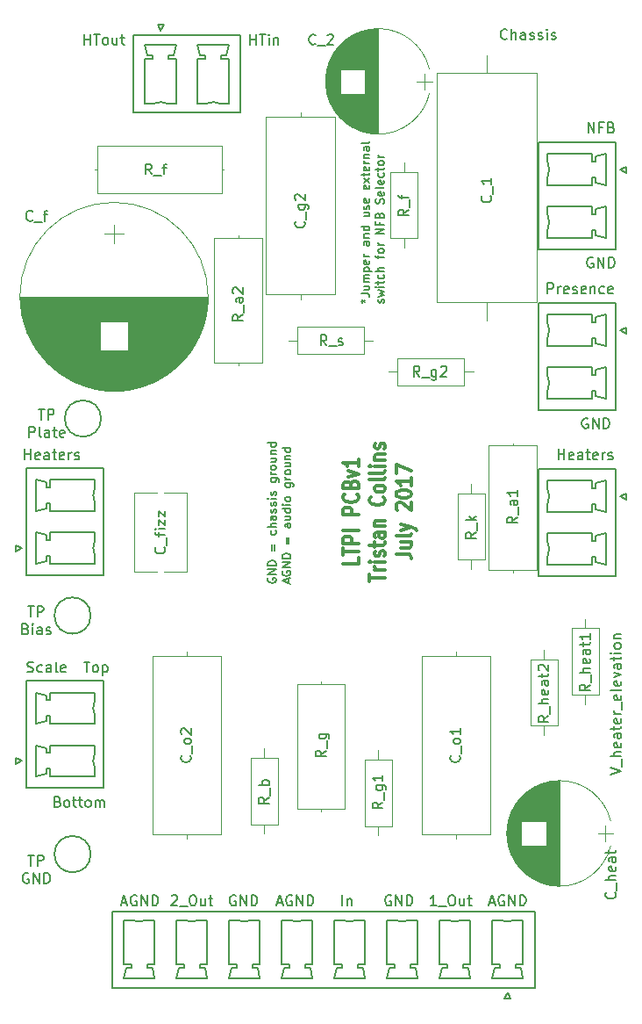
<source format=gbr>
G04 #@! TF.FileFunction,Legend,Top*
%FSLAX46Y46*%
G04 Gerber Fmt 4.6, Leading zero omitted, Abs format (unit mm)*
G04 Created by KiCad (PCBNEW 4.0.6) date Friday, 28 July 2017 'PMt' 19:42:32*
%MOMM*%
%LPD*%
G01*
G04 APERTURE LIST*
%ADD10C,0.100000*%
%ADD11C,0.200000*%
%ADD12C,0.300000*%
%ADD13C,0.120000*%
%ADD14C,0.150000*%
G04 APERTURE END LIST*
D10*
D11*
X230452381Y-130333335D02*
X231452381Y-130000002D01*
X230452381Y-129666668D01*
X231547619Y-129571430D02*
X231547619Y-128809525D01*
X231452381Y-128571430D02*
X230452381Y-128571430D01*
X231452381Y-128142858D02*
X230928571Y-128142858D01*
X230833333Y-128190477D01*
X230785714Y-128285715D01*
X230785714Y-128428573D01*
X230833333Y-128523811D01*
X230880952Y-128571430D01*
X231404762Y-127285715D02*
X231452381Y-127380953D01*
X231452381Y-127571430D01*
X231404762Y-127666668D01*
X231309524Y-127714287D01*
X230928571Y-127714287D01*
X230833333Y-127666668D01*
X230785714Y-127571430D01*
X230785714Y-127380953D01*
X230833333Y-127285715D01*
X230928571Y-127238096D01*
X231023810Y-127238096D01*
X231119048Y-127714287D01*
X231452381Y-126380953D02*
X230928571Y-126380953D01*
X230833333Y-126428572D01*
X230785714Y-126523810D01*
X230785714Y-126714287D01*
X230833333Y-126809525D01*
X231404762Y-126380953D02*
X231452381Y-126476191D01*
X231452381Y-126714287D01*
X231404762Y-126809525D01*
X231309524Y-126857144D01*
X231214286Y-126857144D01*
X231119048Y-126809525D01*
X231071429Y-126714287D01*
X231071429Y-126476191D01*
X231023810Y-126380953D01*
X230785714Y-126047620D02*
X230785714Y-125666668D01*
X230452381Y-125904763D02*
X231309524Y-125904763D01*
X231404762Y-125857144D01*
X231452381Y-125761906D01*
X231452381Y-125666668D01*
X231404762Y-124952381D02*
X231452381Y-125047619D01*
X231452381Y-125238096D01*
X231404762Y-125333334D01*
X231309524Y-125380953D01*
X230928571Y-125380953D01*
X230833333Y-125333334D01*
X230785714Y-125238096D01*
X230785714Y-125047619D01*
X230833333Y-124952381D01*
X230928571Y-124904762D01*
X231023810Y-124904762D01*
X231119048Y-125380953D01*
X231452381Y-124476191D02*
X230785714Y-124476191D01*
X230976190Y-124476191D02*
X230880952Y-124428572D01*
X230833333Y-124380953D01*
X230785714Y-124285715D01*
X230785714Y-124190476D01*
X231547619Y-124095238D02*
X231547619Y-123333333D01*
X231404762Y-122714285D02*
X231452381Y-122809523D01*
X231452381Y-123000000D01*
X231404762Y-123095238D01*
X231309524Y-123142857D01*
X230928571Y-123142857D01*
X230833333Y-123095238D01*
X230785714Y-123000000D01*
X230785714Y-122809523D01*
X230833333Y-122714285D01*
X230928571Y-122666666D01*
X231023810Y-122666666D01*
X231119048Y-123142857D01*
X231452381Y-122095238D02*
X231404762Y-122190476D01*
X231309524Y-122238095D01*
X230452381Y-122238095D01*
X231404762Y-121333332D02*
X231452381Y-121428570D01*
X231452381Y-121619047D01*
X231404762Y-121714285D01*
X231309524Y-121761904D01*
X230928571Y-121761904D01*
X230833333Y-121714285D01*
X230785714Y-121619047D01*
X230785714Y-121428570D01*
X230833333Y-121333332D01*
X230928571Y-121285713D01*
X231023810Y-121285713D01*
X231119048Y-121761904D01*
X230785714Y-120952380D02*
X231452381Y-120714285D01*
X230785714Y-120476189D01*
X231452381Y-119666665D02*
X230928571Y-119666665D01*
X230833333Y-119714284D01*
X230785714Y-119809522D01*
X230785714Y-119999999D01*
X230833333Y-120095237D01*
X231404762Y-119666665D02*
X231452381Y-119761903D01*
X231452381Y-119999999D01*
X231404762Y-120095237D01*
X231309524Y-120142856D01*
X231214286Y-120142856D01*
X231119048Y-120095237D01*
X231071429Y-119999999D01*
X231071429Y-119761903D01*
X231023810Y-119666665D01*
X230785714Y-119333332D02*
X230785714Y-118952380D01*
X230452381Y-119190475D02*
X231309524Y-119190475D01*
X231404762Y-119142856D01*
X231452381Y-119047618D01*
X231452381Y-118952380D01*
X231452381Y-118619046D02*
X230785714Y-118619046D01*
X230452381Y-118619046D02*
X230500000Y-118666665D01*
X230547619Y-118619046D01*
X230500000Y-118571427D01*
X230452381Y-118619046D01*
X230547619Y-118619046D01*
X231452381Y-117999999D02*
X231404762Y-118095237D01*
X231357143Y-118142856D01*
X231261905Y-118190475D01*
X230976190Y-118190475D01*
X230880952Y-118142856D01*
X230833333Y-118095237D01*
X230785714Y-117999999D01*
X230785714Y-117857141D01*
X230833333Y-117761903D01*
X230880952Y-117714284D01*
X230976190Y-117666665D01*
X231261905Y-117666665D01*
X231357143Y-117714284D01*
X231404762Y-117761903D01*
X231452381Y-117857141D01*
X231452381Y-117999999D01*
X230785714Y-117238094D02*
X231452381Y-117238094D01*
X230880952Y-117238094D02*
X230833333Y-117190475D01*
X230785714Y-117095237D01*
X230785714Y-116952379D01*
X230833333Y-116857141D01*
X230928571Y-116809522D01*
X231452381Y-116809522D01*
X230857143Y-141690476D02*
X230904762Y-141738095D01*
X230952381Y-141880952D01*
X230952381Y-141976190D01*
X230904762Y-142119048D01*
X230809524Y-142214286D01*
X230714286Y-142261905D01*
X230523810Y-142309524D01*
X230380952Y-142309524D01*
X230190476Y-142261905D01*
X230095238Y-142214286D01*
X230000000Y-142119048D01*
X229952381Y-141976190D01*
X229952381Y-141880952D01*
X230000000Y-141738095D01*
X230047619Y-141690476D01*
X231047619Y-141500000D02*
X231047619Y-140738095D01*
X230952381Y-140500000D02*
X229952381Y-140500000D01*
X230952381Y-140071428D02*
X230428571Y-140071428D01*
X230333333Y-140119047D01*
X230285714Y-140214285D01*
X230285714Y-140357143D01*
X230333333Y-140452381D01*
X230380952Y-140500000D01*
X230904762Y-139214285D02*
X230952381Y-139309523D01*
X230952381Y-139500000D01*
X230904762Y-139595238D01*
X230809524Y-139642857D01*
X230428571Y-139642857D01*
X230333333Y-139595238D01*
X230285714Y-139500000D01*
X230285714Y-139309523D01*
X230333333Y-139214285D01*
X230428571Y-139166666D01*
X230523810Y-139166666D01*
X230619048Y-139642857D01*
X230952381Y-138309523D02*
X230428571Y-138309523D01*
X230333333Y-138357142D01*
X230285714Y-138452380D01*
X230285714Y-138642857D01*
X230333333Y-138738095D01*
X230904762Y-138309523D02*
X230952381Y-138404761D01*
X230952381Y-138642857D01*
X230904762Y-138738095D01*
X230809524Y-138785714D01*
X230714286Y-138785714D01*
X230619048Y-138738095D01*
X230571429Y-138642857D01*
X230571429Y-138404761D01*
X230523810Y-138309523D01*
X230285714Y-137976190D02*
X230285714Y-137595238D01*
X229952381Y-137833333D02*
X230809524Y-137833333D01*
X230904762Y-137785714D01*
X230952381Y-137690476D01*
X230952381Y-137595238D01*
X228452381Y-121666667D02*
X227976190Y-122000001D01*
X228452381Y-122238096D02*
X227452381Y-122238096D01*
X227452381Y-121857143D01*
X227500000Y-121761905D01*
X227547619Y-121714286D01*
X227642857Y-121666667D01*
X227785714Y-121666667D01*
X227880952Y-121714286D01*
X227928571Y-121761905D01*
X227976190Y-121857143D01*
X227976190Y-122238096D01*
X228547619Y-121476191D02*
X228547619Y-120714286D01*
X228452381Y-120476191D02*
X227452381Y-120476191D01*
X228452381Y-120047619D02*
X227928571Y-120047619D01*
X227833333Y-120095238D01*
X227785714Y-120190476D01*
X227785714Y-120333334D01*
X227833333Y-120428572D01*
X227880952Y-120476191D01*
X228404762Y-119190476D02*
X228452381Y-119285714D01*
X228452381Y-119476191D01*
X228404762Y-119571429D01*
X228309524Y-119619048D01*
X227928571Y-119619048D01*
X227833333Y-119571429D01*
X227785714Y-119476191D01*
X227785714Y-119285714D01*
X227833333Y-119190476D01*
X227928571Y-119142857D01*
X228023810Y-119142857D01*
X228119048Y-119619048D01*
X228452381Y-118285714D02*
X227928571Y-118285714D01*
X227833333Y-118333333D01*
X227785714Y-118428571D01*
X227785714Y-118619048D01*
X227833333Y-118714286D01*
X228404762Y-118285714D02*
X228452381Y-118380952D01*
X228452381Y-118619048D01*
X228404762Y-118714286D01*
X228309524Y-118761905D01*
X228214286Y-118761905D01*
X228119048Y-118714286D01*
X228071429Y-118619048D01*
X228071429Y-118380952D01*
X228023810Y-118285714D01*
X227785714Y-117952381D02*
X227785714Y-117571429D01*
X227452381Y-117809524D02*
X228309524Y-117809524D01*
X228404762Y-117761905D01*
X228452381Y-117666667D01*
X228452381Y-117571429D01*
X228452381Y-116714285D02*
X228452381Y-117285714D01*
X228452381Y-117000000D02*
X227452381Y-117000000D01*
X227595238Y-117095238D01*
X227690476Y-117190476D01*
X227738095Y-117285714D01*
X224452381Y-124666667D02*
X223976190Y-125000001D01*
X224452381Y-125238096D02*
X223452381Y-125238096D01*
X223452381Y-124857143D01*
X223500000Y-124761905D01*
X223547619Y-124714286D01*
X223642857Y-124666667D01*
X223785714Y-124666667D01*
X223880952Y-124714286D01*
X223928571Y-124761905D01*
X223976190Y-124857143D01*
X223976190Y-125238096D01*
X224547619Y-124476191D02*
X224547619Y-123714286D01*
X224452381Y-123476191D02*
X223452381Y-123476191D01*
X224452381Y-123047619D02*
X223928571Y-123047619D01*
X223833333Y-123095238D01*
X223785714Y-123190476D01*
X223785714Y-123333334D01*
X223833333Y-123428572D01*
X223880952Y-123476191D01*
X224404762Y-122190476D02*
X224452381Y-122285714D01*
X224452381Y-122476191D01*
X224404762Y-122571429D01*
X224309524Y-122619048D01*
X223928571Y-122619048D01*
X223833333Y-122571429D01*
X223785714Y-122476191D01*
X223785714Y-122285714D01*
X223833333Y-122190476D01*
X223928571Y-122142857D01*
X224023810Y-122142857D01*
X224119048Y-122619048D01*
X224452381Y-121285714D02*
X223928571Y-121285714D01*
X223833333Y-121333333D01*
X223785714Y-121428571D01*
X223785714Y-121619048D01*
X223833333Y-121714286D01*
X224404762Y-121285714D02*
X224452381Y-121380952D01*
X224452381Y-121619048D01*
X224404762Y-121714286D01*
X224309524Y-121761905D01*
X224214286Y-121761905D01*
X224119048Y-121714286D01*
X224071429Y-121619048D01*
X224071429Y-121380952D01*
X224023810Y-121285714D01*
X223785714Y-120952381D02*
X223785714Y-120571429D01*
X223452381Y-120809524D02*
X224309524Y-120809524D01*
X224404762Y-120761905D01*
X224452381Y-120666667D01*
X224452381Y-120571429D01*
X223547619Y-120285714D02*
X223500000Y-120238095D01*
X223452381Y-120142857D01*
X223452381Y-119904761D01*
X223500000Y-119809523D01*
X223547619Y-119761904D01*
X223642857Y-119714285D01*
X223738095Y-119714285D01*
X223880952Y-119761904D01*
X224452381Y-120333333D01*
X224452381Y-119714285D01*
X206361905Y-84695238D02*
X206552381Y-84695238D01*
X206476190Y-84885714D02*
X206552381Y-84695238D01*
X206476190Y-84504762D01*
X206704762Y-84809524D02*
X206552381Y-84695238D01*
X206704762Y-84580952D01*
X206361905Y-83971428D02*
X206933333Y-83971428D01*
X207047619Y-84009524D01*
X207123810Y-84085714D01*
X207161905Y-84200000D01*
X207161905Y-84276190D01*
X206628571Y-83247619D02*
X207161905Y-83247619D01*
X206628571Y-83590476D02*
X207047619Y-83590476D01*
X207123810Y-83552381D01*
X207161905Y-83476190D01*
X207161905Y-83361904D01*
X207123810Y-83285714D01*
X207085714Y-83247619D01*
X207161905Y-82866666D02*
X206628571Y-82866666D01*
X206704762Y-82866666D02*
X206666667Y-82828571D01*
X206628571Y-82752380D01*
X206628571Y-82638094D01*
X206666667Y-82561904D01*
X206742857Y-82523809D01*
X207161905Y-82523809D01*
X206742857Y-82523809D02*
X206666667Y-82485713D01*
X206628571Y-82409523D01*
X206628571Y-82295237D01*
X206666667Y-82219047D01*
X206742857Y-82180952D01*
X207161905Y-82180952D01*
X206628571Y-81799999D02*
X207428571Y-81799999D01*
X206666667Y-81799999D02*
X206628571Y-81723808D01*
X206628571Y-81571427D01*
X206666667Y-81495237D01*
X206704762Y-81457142D01*
X206780952Y-81419046D01*
X207009524Y-81419046D01*
X207085714Y-81457142D01*
X207123810Y-81495237D01*
X207161905Y-81571427D01*
X207161905Y-81723808D01*
X207123810Y-81799999D01*
X207123810Y-80771427D02*
X207161905Y-80847617D01*
X207161905Y-80999998D01*
X207123810Y-81076189D01*
X207047619Y-81114284D01*
X206742857Y-81114284D01*
X206666667Y-81076189D01*
X206628571Y-80999998D01*
X206628571Y-80847617D01*
X206666667Y-80771427D01*
X206742857Y-80733332D01*
X206819048Y-80733332D01*
X206895238Y-81114284D01*
X207161905Y-80390475D02*
X206628571Y-80390475D01*
X206780952Y-80390475D02*
X206704762Y-80352380D01*
X206666667Y-80314284D01*
X206628571Y-80238094D01*
X206628571Y-80161903D01*
X207161905Y-78942856D02*
X206742857Y-78942856D01*
X206666667Y-78980951D01*
X206628571Y-79057141D01*
X206628571Y-79209522D01*
X206666667Y-79285713D01*
X207123810Y-78942856D02*
X207161905Y-79019046D01*
X207161905Y-79209522D01*
X207123810Y-79285713D01*
X207047619Y-79323808D01*
X206971429Y-79323808D01*
X206895238Y-79285713D01*
X206857143Y-79209522D01*
X206857143Y-79019046D01*
X206819048Y-78942856D01*
X206628571Y-78561903D02*
X207161905Y-78561903D01*
X206704762Y-78561903D02*
X206666667Y-78523808D01*
X206628571Y-78447617D01*
X206628571Y-78333331D01*
X206666667Y-78257141D01*
X206742857Y-78219046D01*
X207161905Y-78219046D01*
X207161905Y-77495236D02*
X206361905Y-77495236D01*
X207123810Y-77495236D02*
X207161905Y-77571426D01*
X207161905Y-77723807D01*
X207123810Y-77799998D01*
X207085714Y-77838093D01*
X207009524Y-77876188D01*
X206780952Y-77876188D01*
X206704762Y-77838093D01*
X206666667Y-77799998D01*
X206628571Y-77723807D01*
X206628571Y-77571426D01*
X206666667Y-77495236D01*
X206628571Y-76161902D02*
X207161905Y-76161902D01*
X206628571Y-76504759D02*
X207047619Y-76504759D01*
X207123810Y-76466664D01*
X207161905Y-76390473D01*
X207161905Y-76276187D01*
X207123810Y-76199997D01*
X207085714Y-76161902D01*
X207123810Y-75819044D02*
X207161905Y-75742854D01*
X207161905Y-75590473D01*
X207123810Y-75514282D01*
X207047619Y-75476187D01*
X207009524Y-75476187D01*
X206933333Y-75514282D01*
X206895238Y-75590473D01*
X206895238Y-75704758D01*
X206857143Y-75780949D01*
X206780952Y-75819044D01*
X206742857Y-75819044D01*
X206666667Y-75780949D01*
X206628571Y-75704758D01*
X206628571Y-75590473D01*
X206666667Y-75514282D01*
X207123810Y-74828568D02*
X207161905Y-74904758D01*
X207161905Y-75057139D01*
X207123810Y-75133330D01*
X207047619Y-75171425D01*
X206742857Y-75171425D01*
X206666667Y-75133330D01*
X206628571Y-75057139D01*
X206628571Y-74904758D01*
X206666667Y-74828568D01*
X206742857Y-74790473D01*
X206819048Y-74790473D01*
X206895238Y-75171425D01*
X207123810Y-73533330D02*
X207161905Y-73609520D01*
X207161905Y-73761901D01*
X207123810Y-73838092D01*
X207047619Y-73876187D01*
X206742857Y-73876187D01*
X206666667Y-73838092D01*
X206628571Y-73761901D01*
X206628571Y-73609520D01*
X206666667Y-73533330D01*
X206742857Y-73495235D01*
X206819048Y-73495235D01*
X206895238Y-73876187D01*
X207161905Y-73228568D02*
X206628571Y-72809521D01*
X206628571Y-73228568D02*
X207161905Y-72809521D01*
X206628571Y-72619045D02*
X206628571Y-72314283D01*
X206361905Y-72504759D02*
X207047619Y-72504759D01*
X207123810Y-72466664D01*
X207161905Y-72390473D01*
X207161905Y-72314283D01*
X207123810Y-71742854D02*
X207161905Y-71819044D01*
X207161905Y-71971425D01*
X207123810Y-72047616D01*
X207047619Y-72085711D01*
X206742857Y-72085711D01*
X206666667Y-72047616D01*
X206628571Y-71971425D01*
X206628571Y-71819044D01*
X206666667Y-71742854D01*
X206742857Y-71704759D01*
X206819048Y-71704759D01*
X206895238Y-72085711D01*
X207161905Y-71361902D02*
X206628571Y-71361902D01*
X206780952Y-71361902D02*
X206704762Y-71323807D01*
X206666667Y-71285711D01*
X206628571Y-71209521D01*
X206628571Y-71133330D01*
X206628571Y-70866664D02*
X207161905Y-70866664D01*
X206704762Y-70866664D02*
X206666667Y-70828569D01*
X206628571Y-70752378D01*
X206628571Y-70638092D01*
X206666667Y-70561902D01*
X206742857Y-70523807D01*
X207161905Y-70523807D01*
X207161905Y-69799997D02*
X206742857Y-69799997D01*
X206666667Y-69838092D01*
X206628571Y-69914282D01*
X206628571Y-70066663D01*
X206666667Y-70142854D01*
X207123810Y-69799997D02*
X207161905Y-69876187D01*
X207161905Y-70066663D01*
X207123810Y-70142854D01*
X207047619Y-70180949D01*
X206971429Y-70180949D01*
X206895238Y-70142854D01*
X206857143Y-70066663D01*
X206857143Y-69876187D01*
X206819048Y-69799997D01*
X207161905Y-69304758D02*
X207123810Y-69380949D01*
X207047619Y-69419044D01*
X206361905Y-69419044D01*
X208523810Y-84847619D02*
X208561905Y-84771429D01*
X208561905Y-84619048D01*
X208523810Y-84542857D01*
X208447619Y-84504762D01*
X208409524Y-84504762D01*
X208333333Y-84542857D01*
X208295238Y-84619048D01*
X208295238Y-84733333D01*
X208257143Y-84809524D01*
X208180952Y-84847619D01*
X208142857Y-84847619D01*
X208066667Y-84809524D01*
X208028571Y-84733333D01*
X208028571Y-84619048D01*
X208066667Y-84542857D01*
X208028571Y-84238095D02*
X208561905Y-84085714D01*
X208180952Y-83933333D01*
X208561905Y-83780952D01*
X208028571Y-83628571D01*
X208561905Y-83323810D02*
X208028571Y-83323810D01*
X207761905Y-83323810D02*
X207800000Y-83361905D01*
X207838095Y-83323810D01*
X207800000Y-83285715D01*
X207761905Y-83323810D01*
X207838095Y-83323810D01*
X208028571Y-83057144D02*
X208028571Y-82752382D01*
X207761905Y-82942858D02*
X208447619Y-82942858D01*
X208523810Y-82904763D01*
X208561905Y-82828572D01*
X208561905Y-82752382D01*
X208523810Y-82142858D02*
X208561905Y-82219048D01*
X208561905Y-82371429D01*
X208523810Y-82447620D01*
X208485714Y-82485715D01*
X208409524Y-82523810D01*
X208180952Y-82523810D01*
X208104762Y-82485715D01*
X208066667Y-82447620D01*
X208028571Y-82371429D01*
X208028571Y-82219048D01*
X208066667Y-82142858D01*
X208561905Y-81800001D02*
X207761905Y-81800001D01*
X208561905Y-81457144D02*
X208142857Y-81457144D01*
X208066667Y-81495239D01*
X208028571Y-81571429D01*
X208028571Y-81685715D01*
X208066667Y-81761906D01*
X208104762Y-81800001D01*
X208028571Y-80580953D02*
X208028571Y-80276191D01*
X208561905Y-80466667D02*
X207876190Y-80466667D01*
X207800000Y-80428572D01*
X207761905Y-80352381D01*
X207761905Y-80276191D01*
X208561905Y-79895238D02*
X208523810Y-79971429D01*
X208485714Y-80009524D01*
X208409524Y-80047619D01*
X208180952Y-80047619D01*
X208104762Y-80009524D01*
X208066667Y-79971429D01*
X208028571Y-79895238D01*
X208028571Y-79780952D01*
X208066667Y-79704762D01*
X208104762Y-79666667D01*
X208180952Y-79628571D01*
X208409524Y-79628571D01*
X208485714Y-79666667D01*
X208523810Y-79704762D01*
X208561905Y-79780952D01*
X208561905Y-79895238D01*
X208561905Y-79285714D02*
X208028571Y-79285714D01*
X208180952Y-79285714D02*
X208104762Y-79247619D01*
X208066667Y-79209523D01*
X208028571Y-79133333D01*
X208028571Y-79057142D01*
X208561905Y-78180952D02*
X207761905Y-78180952D01*
X208561905Y-77723809D01*
X207761905Y-77723809D01*
X208142857Y-77076190D02*
X208142857Y-77342857D01*
X208561905Y-77342857D02*
X207761905Y-77342857D01*
X207761905Y-76961904D01*
X208142857Y-76390476D02*
X208180952Y-76276190D01*
X208219048Y-76238095D01*
X208295238Y-76200000D01*
X208409524Y-76200000D01*
X208485714Y-76238095D01*
X208523810Y-76276190D01*
X208561905Y-76352381D01*
X208561905Y-76657143D01*
X207761905Y-76657143D01*
X207761905Y-76390476D01*
X207800000Y-76314286D01*
X207838095Y-76276190D01*
X207914286Y-76238095D01*
X207990476Y-76238095D01*
X208066667Y-76276190D01*
X208104762Y-76314286D01*
X208142857Y-76390476D01*
X208142857Y-76657143D01*
X208523810Y-75285714D02*
X208561905Y-75171428D01*
X208561905Y-74980952D01*
X208523810Y-74904762D01*
X208485714Y-74866666D01*
X208409524Y-74828571D01*
X208333333Y-74828571D01*
X208257143Y-74866666D01*
X208219048Y-74904762D01*
X208180952Y-74980952D01*
X208142857Y-75133333D01*
X208104762Y-75209524D01*
X208066667Y-75247619D01*
X207990476Y-75285714D01*
X207914286Y-75285714D01*
X207838095Y-75247619D01*
X207800000Y-75209524D01*
X207761905Y-75133333D01*
X207761905Y-74942857D01*
X207800000Y-74828571D01*
X208523810Y-74180952D02*
X208561905Y-74257142D01*
X208561905Y-74409523D01*
X208523810Y-74485714D01*
X208447619Y-74523809D01*
X208142857Y-74523809D01*
X208066667Y-74485714D01*
X208028571Y-74409523D01*
X208028571Y-74257142D01*
X208066667Y-74180952D01*
X208142857Y-74142857D01*
X208219048Y-74142857D01*
X208295238Y-74523809D01*
X208561905Y-73685714D02*
X208523810Y-73761905D01*
X208447619Y-73800000D01*
X207761905Y-73800000D01*
X208523810Y-73076190D02*
X208561905Y-73152380D01*
X208561905Y-73304761D01*
X208523810Y-73380952D01*
X208447619Y-73419047D01*
X208142857Y-73419047D01*
X208066667Y-73380952D01*
X208028571Y-73304761D01*
X208028571Y-73152380D01*
X208066667Y-73076190D01*
X208142857Y-73038095D01*
X208219048Y-73038095D01*
X208295238Y-73419047D01*
X208523810Y-72352381D02*
X208561905Y-72428571D01*
X208561905Y-72580952D01*
X208523810Y-72657143D01*
X208485714Y-72695238D01*
X208409524Y-72733333D01*
X208180952Y-72733333D01*
X208104762Y-72695238D01*
X208066667Y-72657143D01*
X208028571Y-72580952D01*
X208028571Y-72428571D01*
X208066667Y-72352381D01*
X208028571Y-72123810D02*
X208028571Y-71819048D01*
X207761905Y-72009524D02*
X208447619Y-72009524D01*
X208523810Y-71971429D01*
X208561905Y-71895238D01*
X208561905Y-71819048D01*
X208561905Y-71438095D02*
X208523810Y-71514286D01*
X208485714Y-71552381D01*
X208409524Y-71590476D01*
X208180952Y-71590476D01*
X208104762Y-71552381D01*
X208066667Y-71514286D01*
X208028571Y-71438095D01*
X208028571Y-71323809D01*
X208066667Y-71247619D01*
X208104762Y-71209524D01*
X208180952Y-71171428D01*
X208409524Y-71171428D01*
X208485714Y-71209524D01*
X208523810Y-71247619D01*
X208561905Y-71323809D01*
X208561905Y-71438095D01*
X208561905Y-70828571D02*
X208028571Y-70828571D01*
X208180952Y-70828571D02*
X208104762Y-70790476D01*
X208066667Y-70752380D01*
X208028571Y-70676190D01*
X208028571Y-70599999D01*
X177071429Y-132928571D02*
X177214286Y-132976190D01*
X177261905Y-133023810D01*
X177309524Y-133119048D01*
X177309524Y-133261905D01*
X177261905Y-133357143D01*
X177214286Y-133404762D01*
X177119048Y-133452381D01*
X176738095Y-133452381D01*
X176738095Y-132452381D01*
X177071429Y-132452381D01*
X177166667Y-132500000D01*
X177214286Y-132547619D01*
X177261905Y-132642857D01*
X177261905Y-132738095D01*
X177214286Y-132833333D01*
X177166667Y-132880952D01*
X177071429Y-132928571D01*
X176738095Y-132928571D01*
X177880952Y-133452381D02*
X177785714Y-133404762D01*
X177738095Y-133357143D01*
X177690476Y-133261905D01*
X177690476Y-132976190D01*
X177738095Y-132880952D01*
X177785714Y-132833333D01*
X177880952Y-132785714D01*
X178023810Y-132785714D01*
X178119048Y-132833333D01*
X178166667Y-132880952D01*
X178214286Y-132976190D01*
X178214286Y-133261905D01*
X178166667Y-133357143D01*
X178119048Y-133404762D01*
X178023810Y-133452381D01*
X177880952Y-133452381D01*
X178500000Y-132785714D02*
X178880952Y-132785714D01*
X178642857Y-132452381D02*
X178642857Y-133309524D01*
X178690476Y-133404762D01*
X178785714Y-133452381D01*
X178880952Y-133452381D01*
X179071429Y-132785714D02*
X179452381Y-132785714D01*
X179214286Y-132452381D02*
X179214286Y-133309524D01*
X179261905Y-133404762D01*
X179357143Y-133452381D01*
X179452381Y-133452381D01*
X179928572Y-133452381D02*
X179833334Y-133404762D01*
X179785715Y-133357143D01*
X179738096Y-133261905D01*
X179738096Y-132976190D01*
X179785715Y-132880952D01*
X179833334Y-132833333D01*
X179928572Y-132785714D01*
X180071430Y-132785714D01*
X180166668Y-132833333D01*
X180214287Y-132880952D01*
X180261906Y-132976190D01*
X180261906Y-133261905D01*
X180214287Y-133357143D01*
X180166668Y-133404762D01*
X180071430Y-133452381D01*
X179928572Y-133452381D01*
X180690477Y-133452381D02*
X180690477Y-132785714D01*
X180690477Y-132880952D02*
X180738096Y-132833333D01*
X180833334Y-132785714D01*
X180976192Y-132785714D01*
X181071430Y-132833333D01*
X181119049Y-132928571D01*
X181119049Y-133452381D01*
X181119049Y-132928571D02*
X181166668Y-132833333D01*
X181261906Y-132785714D01*
X181404763Y-132785714D01*
X181500001Y-132833333D01*
X181547620Y-132928571D01*
X181547620Y-133452381D01*
X179595238Y-119452381D02*
X180166667Y-119452381D01*
X179880952Y-120452381D02*
X179880952Y-119452381D01*
X180642857Y-120452381D02*
X180547619Y-120404762D01*
X180500000Y-120357143D01*
X180452381Y-120261905D01*
X180452381Y-119976190D01*
X180500000Y-119880952D01*
X180547619Y-119833333D01*
X180642857Y-119785714D01*
X180785715Y-119785714D01*
X180880953Y-119833333D01*
X180928572Y-119880952D01*
X180976191Y-119976190D01*
X180976191Y-120261905D01*
X180928572Y-120357143D01*
X180880953Y-120404762D01*
X180785715Y-120452381D01*
X180642857Y-120452381D01*
X181404762Y-119785714D02*
X181404762Y-120785714D01*
X181404762Y-119833333D02*
X181500000Y-119785714D01*
X181690477Y-119785714D01*
X181785715Y-119833333D01*
X181833334Y-119880952D01*
X181880953Y-119976190D01*
X181880953Y-120261905D01*
X181833334Y-120357143D01*
X181785715Y-120404762D01*
X181690477Y-120452381D01*
X181500000Y-120452381D01*
X181404762Y-120404762D01*
X200857143Y-77000000D02*
X200904762Y-77047619D01*
X200952381Y-77190476D01*
X200952381Y-77285714D01*
X200904762Y-77428572D01*
X200809524Y-77523810D01*
X200714286Y-77571429D01*
X200523810Y-77619048D01*
X200380952Y-77619048D01*
X200190476Y-77571429D01*
X200095238Y-77523810D01*
X200000000Y-77428572D01*
X199952381Y-77285714D01*
X199952381Y-77190476D01*
X200000000Y-77047619D01*
X200047619Y-77000000D01*
X201047619Y-76809524D02*
X201047619Y-76047619D01*
X200285714Y-75380952D02*
X201095238Y-75380952D01*
X201190476Y-75428571D01*
X201238095Y-75476190D01*
X201285714Y-75571429D01*
X201285714Y-75714286D01*
X201238095Y-75809524D01*
X200904762Y-75380952D02*
X200952381Y-75476190D01*
X200952381Y-75666667D01*
X200904762Y-75761905D01*
X200857143Y-75809524D01*
X200761905Y-75857143D01*
X200476190Y-75857143D01*
X200380952Y-75809524D01*
X200333333Y-75761905D01*
X200285714Y-75666667D01*
X200285714Y-75476190D01*
X200333333Y-75380952D01*
X200047619Y-74952381D02*
X200000000Y-74904762D01*
X199952381Y-74809524D01*
X199952381Y-74571428D01*
X200000000Y-74476190D01*
X200047619Y-74428571D01*
X200142857Y-74380952D01*
X200238095Y-74380952D01*
X200380952Y-74428571D01*
X200952381Y-75000000D01*
X200952381Y-74380952D01*
X218857143Y-74547619D02*
X218904762Y-74595238D01*
X218952381Y-74738095D01*
X218952381Y-74833333D01*
X218904762Y-74976191D01*
X218809524Y-75071429D01*
X218714286Y-75119048D01*
X218523810Y-75166667D01*
X218380952Y-75166667D01*
X218190476Y-75119048D01*
X218095238Y-75071429D01*
X218000000Y-74976191D01*
X217952381Y-74833333D01*
X217952381Y-74738095D01*
X218000000Y-74595238D01*
X218047619Y-74547619D01*
X219047619Y-74357143D02*
X219047619Y-73595238D01*
X218952381Y-72833333D02*
X218952381Y-73404762D01*
X218952381Y-73119048D02*
X217952381Y-73119048D01*
X218095238Y-73214286D01*
X218190476Y-73309524D01*
X218238095Y-73404762D01*
X197452381Y-132523809D02*
X196976190Y-132857143D01*
X197452381Y-133095238D02*
X196452381Y-133095238D01*
X196452381Y-132714285D01*
X196500000Y-132619047D01*
X196547619Y-132571428D01*
X196642857Y-132523809D01*
X196785714Y-132523809D01*
X196880952Y-132571428D01*
X196928571Y-132619047D01*
X196976190Y-132714285D01*
X196976190Y-133095238D01*
X197547619Y-132333333D02*
X197547619Y-131571428D01*
X197452381Y-131333333D02*
X196452381Y-131333333D01*
X196833333Y-131333333D02*
X196785714Y-131238095D01*
X196785714Y-131047618D01*
X196833333Y-130952380D01*
X196880952Y-130904761D01*
X196976190Y-130857142D01*
X197261905Y-130857142D01*
X197357143Y-130904761D01*
X197404762Y-130952380D01*
X197452381Y-131047618D01*
X197452381Y-131238095D01*
X197404762Y-131333333D01*
X208452381Y-133000000D02*
X207976190Y-133333334D01*
X208452381Y-133571429D02*
X207452381Y-133571429D01*
X207452381Y-133190476D01*
X207500000Y-133095238D01*
X207547619Y-133047619D01*
X207642857Y-133000000D01*
X207785714Y-133000000D01*
X207880952Y-133047619D01*
X207928571Y-133095238D01*
X207976190Y-133190476D01*
X207976190Y-133571429D01*
X208547619Y-132809524D02*
X208547619Y-132047619D01*
X207785714Y-131380952D02*
X208595238Y-131380952D01*
X208690476Y-131428571D01*
X208738095Y-131476190D01*
X208785714Y-131571429D01*
X208785714Y-131714286D01*
X208738095Y-131809524D01*
X208404762Y-131380952D02*
X208452381Y-131476190D01*
X208452381Y-131666667D01*
X208404762Y-131761905D01*
X208357143Y-131809524D01*
X208261905Y-131857143D01*
X207976190Y-131857143D01*
X207880952Y-131809524D01*
X207833333Y-131761905D01*
X207785714Y-131666667D01*
X207785714Y-131476190D01*
X207833333Y-131380952D01*
X208452381Y-130380952D02*
X208452381Y-130952381D01*
X208452381Y-130666667D02*
X207452381Y-130666667D01*
X207595238Y-130761905D01*
X207690476Y-130857143D01*
X207738095Y-130952381D01*
X221452381Y-105500000D02*
X220976190Y-105833334D01*
X221452381Y-106071429D02*
X220452381Y-106071429D01*
X220452381Y-105690476D01*
X220500000Y-105595238D01*
X220547619Y-105547619D01*
X220642857Y-105500000D01*
X220785714Y-105500000D01*
X220880952Y-105547619D01*
X220928571Y-105595238D01*
X220976190Y-105690476D01*
X220976190Y-106071429D01*
X221547619Y-105309524D02*
X221547619Y-104547619D01*
X221452381Y-103880952D02*
X220928571Y-103880952D01*
X220833333Y-103928571D01*
X220785714Y-104023809D01*
X220785714Y-104214286D01*
X220833333Y-104309524D01*
X221404762Y-103880952D02*
X221452381Y-103976190D01*
X221452381Y-104214286D01*
X221404762Y-104309524D01*
X221309524Y-104357143D01*
X221214286Y-104357143D01*
X221119048Y-104309524D01*
X221071429Y-104214286D01*
X221071429Y-103976190D01*
X221023810Y-103880952D01*
X221452381Y-102880952D02*
X221452381Y-103452381D01*
X221452381Y-103166667D02*
X220452381Y-103166667D01*
X220595238Y-103261905D01*
X220690476Y-103357143D01*
X220738095Y-103452381D01*
X228238096Y-96000000D02*
X228142858Y-95952381D01*
X228000001Y-95952381D01*
X227857143Y-96000000D01*
X227761905Y-96095238D01*
X227714286Y-96190476D01*
X227666667Y-96380952D01*
X227666667Y-96523810D01*
X227714286Y-96714286D01*
X227761905Y-96809524D01*
X227857143Y-96904762D01*
X228000001Y-96952381D01*
X228095239Y-96952381D01*
X228238096Y-96904762D01*
X228285715Y-96857143D01*
X228285715Y-96523810D01*
X228095239Y-96523810D01*
X228714286Y-96952381D02*
X228714286Y-95952381D01*
X229285715Y-96952381D01*
X229285715Y-95952381D01*
X229761905Y-96952381D02*
X229761905Y-95952381D01*
X230000000Y-95952381D01*
X230142858Y-96000000D01*
X230238096Y-96095238D01*
X230285715Y-96190476D01*
X230333334Y-96380952D01*
X230333334Y-96523810D01*
X230285715Y-96714286D01*
X230238096Y-96809524D01*
X230142858Y-96904762D01*
X230000000Y-96952381D01*
X229761905Y-96952381D01*
X174214286Y-114102381D02*
X174785715Y-114102381D01*
X174500000Y-115102381D02*
X174500000Y-114102381D01*
X175119048Y-115102381D02*
X175119048Y-114102381D01*
X175500001Y-114102381D01*
X175595239Y-114150000D01*
X175642858Y-114197619D01*
X175690477Y-114292857D01*
X175690477Y-114435714D01*
X175642858Y-114530952D01*
X175595239Y-114578571D01*
X175500001Y-114626190D01*
X175119048Y-114626190D01*
X173976191Y-116278571D02*
X174119048Y-116326190D01*
X174166667Y-116373810D01*
X174214286Y-116469048D01*
X174214286Y-116611905D01*
X174166667Y-116707143D01*
X174119048Y-116754762D01*
X174023810Y-116802381D01*
X173642857Y-116802381D01*
X173642857Y-115802381D01*
X173976191Y-115802381D01*
X174071429Y-115850000D01*
X174119048Y-115897619D01*
X174166667Y-115992857D01*
X174166667Y-116088095D01*
X174119048Y-116183333D01*
X174071429Y-116230952D01*
X173976191Y-116278571D01*
X173642857Y-116278571D01*
X174642857Y-116802381D02*
X174642857Y-116135714D01*
X174642857Y-115802381D02*
X174595238Y-115850000D01*
X174642857Y-115897619D01*
X174690476Y-115850000D01*
X174642857Y-115802381D01*
X174642857Y-115897619D01*
X175547619Y-116802381D02*
X175547619Y-116278571D01*
X175500000Y-116183333D01*
X175404762Y-116135714D01*
X175214285Y-116135714D01*
X175119047Y-116183333D01*
X175547619Y-116754762D02*
X175452381Y-116802381D01*
X175214285Y-116802381D01*
X175119047Y-116754762D01*
X175071428Y-116659524D01*
X175071428Y-116564286D01*
X175119047Y-116469048D01*
X175214285Y-116421429D01*
X175452381Y-116421429D01*
X175547619Y-116373810D01*
X175976190Y-116754762D02*
X176071428Y-116802381D01*
X176261904Y-116802381D01*
X176357143Y-116754762D01*
X176404762Y-116659524D01*
X176404762Y-116611905D01*
X176357143Y-116516667D01*
X176261904Y-116469048D01*
X176119047Y-116469048D01*
X176023809Y-116421429D01*
X175976190Y-116326190D01*
X175976190Y-116278571D01*
X176023809Y-116183333D01*
X176119047Y-116135714D01*
X176261904Y-116135714D01*
X176357143Y-116183333D01*
X218738095Y-142666667D02*
X219214286Y-142666667D01*
X218642857Y-142952381D02*
X218976190Y-141952381D01*
X219309524Y-142952381D01*
X220166667Y-142000000D02*
X220071429Y-141952381D01*
X219928572Y-141952381D01*
X219785714Y-142000000D01*
X219690476Y-142095238D01*
X219642857Y-142190476D01*
X219595238Y-142380952D01*
X219595238Y-142523810D01*
X219642857Y-142714286D01*
X219690476Y-142809524D01*
X219785714Y-142904762D01*
X219928572Y-142952381D01*
X220023810Y-142952381D01*
X220166667Y-142904762D01*
X220214286Y-142857143D01*
X220214286Y-142523810D01*
X220023810Y-142523810D01*
X220642857Y-142952381D02*
X220642857Y-141952381D01*
X221214286Y-142952381D01*
X221214286Y-141952381D01*
X221690476Y-142952381D02*
X221690476Y-141952381D01*
X221928571Y-141952381D01*
X222071429Y-142000000D01*
X222166667Y-142095238D01*
X222214286Y-142190476D01*
X222261905Y-142380952D01*
X222261905Y-142523810D01*
X222214286Y-142714286D01*
X222166667Y-142809524D01*
X222071429Y-142904762D01*
X221928571Y-142952381D01*
X221690476Y-142952381D01*
X175214286Y-95102381D02*
X175785715Y-95102381D01*
X175500000Y-96102381D02*
X175500000Y-95102381D01*
X176119048Y-96102381D02*
X176119048Y-95102381D01*
X176500001Y-95102381D01*
X176595239Y-95150000D01*
X176642858Y-95197619D01*
X176690477Y-95292857D01*
X176690477Y-95435714D01*
X176642858Y-95530952D01*
X176595239Y-95578571D01*
X176500001Y-95626190D01*
X176119048Y-95626190D01*
X174309523Y-97802381D02*
X174309523Y-96802381D01*
X174690476Y-96802381D01*
X174785714Y-96850000D01*
X174833333Y-96897619D01*
X174880952Y-96992857D01*
X174880952Y-97135714D01*
X174833333Y-97230952D01*
X174785714Y-97278571D01*
X174690476Y-97326190D01*
X174309523Y-97326190D01*
X175452380Y-97802381D02*
X175357142Y-97754762D01*
X175309523Y-97659524D01*
X175309523Y-96802381D01*
X176261905Y-97802381D02*
X176261905Y-97278571D01*
X176214286Y-97183333D01*
X176119048Y-97135714D01*
X175928571Y-97135714D01*
X175833333Y-97183333D01*
X176261905Y-97754762D02*
X176166667Y-97802381D01*
X175928571Y-97802381D01*
X175833333Y-97754762D01*
X175785714Y-97659524D01*
X175785714Y-97564286D01*
X175833333Y-97469048D01*
X175928571Y-97421429D01*
X176166667Y-97421429D01*
X176261905Y-97373810D01*
X176595238Y-97135714D02*
X176976190Y-97135714D01*
X176738095Y-96802381D02*
X176738095Y-97659524D01*
X176785714Y-97754762D01*
X176880952Y-97802381D01*
X176976190Y-97802381D01*
X177690477Y-97754762D02*
X177595239Y-97802381D01*
X177404762Y-97802381D01*
X177309524Y-97754762D01*
X177261905Y-97659524D01*
X177261905Y-97278571D01*
X177309524Y-97183333D01*
X177404762Y-97135714D01*
X177595239Y-97135714D01*
X177690477Y-97183333D01*
X177738096Y-97278571D01*
X177738096Y-97373810D01*
X177261905Y-97469048D01*
X228738096Y-80500000D02*
X228642858Y-80452381D01*
X228500001Y-80452381D01*
X228357143Y-80500000D01*
X228261905Y-80595238D01*
X228214286Y-80690476D01*
X228166667Y-80880952D01*
X228166667Y-81023810D01*
X228214286Y-81214286D01*
X228261905Y-81309524D01*
X228357143Y-81404762D01*
X228500001Y-81452381D01*
X228595239Y-81452381D01*
X228738096Y-81404762D01*
X228785715Y-81357143D01*
X228785715Y-81023810D01*
X228595239Y-81023810D01*
X229214286Y-81452381D02*
X229214286Y-80452381D01*
X229785715Y-81452381D01*
X229785715Y-80452381D01*
X230261905Y-81452381D02*
X230261905Y-80452381D01*
X230500000Y-80452381D01*
X230642858Y-80500000D01*
X230738096Y-80595238D01*
X230785715Y-80690476D01*
X230833334Y-80880952D01*
X230833334Y-81023810D01*
X230785715Y-81214286D01*
X230738096Y-81309524D01*
X230642858Y-81404762D01*
X230500000Y-81452381D01*
X230261905Y-81452381D01*
X195642857Y-59952381D02*
X195642857Y-58952381D01*
X195642857Y-59428571D02*
X196214286Y-59428571D01*
X196214286Y-59952381D02*
X196214286Y-58952381D01*
X196547619Y-58952381D02*
X197119048Y-58952381D01*
X196833333Y-59952381D02*
X196833333Y-58952381D01*
X197452381Y-59952381D02*
X197452381Y-59285714D01*
X197452381Y-58952381D02*
X197404762Y-59000000D01*
X197452381Y-59047619D01*
X197500000Y-59000000D01*
X197452381Y-58952381D01*
X197452381Y-59047619D01*
X197928571Y-59285714D02*
X197928571Y-59952381D01*
X197928571Y-59380952D02*
X197976190Y-59333333D01*
X198071428Y-59285714D01*
X198214286Y-59285714D01*
X198309524Y-59333333D01*
X198357143Y-59428571D01*
X198357143Y-59952381D01*
X197400000Y-111390476D02*
X197361905Y-111466667D01*
X197361905Y-111580952D01*
X197400000Y-111695238D01*
X197476190Y-111771429D01*
X197552381Y-111809524D01*
X197704762Y-111847619D01*
X197819048Y-111847619D01*
X197971429Y-111809524D01*
X198047619Y-111771429D01*
X198123810Y-111695238D01*
X198161905Y-111580952D01*
X198161905Y-111504762D01*
X198123810Y-111390476D01*
X198085714Y-111352381D01*
X197819048Y-111352381D01*
X197819048Y-111504762D01*
X198161905Y-111009524D02*
X197361905Y-111009524D01*
X198161905Y-110552381D01*
X197361905Y-110552381D01*
X198161905Y-110171429D02*
X197361905Y-110171429D01*
X197361905Y-109980953D01*
X197400000Y-109866667D01*
X197476190Y-109790476D01*
X197552381Y-109752381D01*
X197704762Y-109714286D01*
X197819048Y-109714286D01*
X197971429Y-109752381D01*
X198047619Y-109790476D01*
X198123810Y-109866667D01*
X198161905Y-109980953D01*
X198161905Y-110171429D01*
X197742857Y-108761905D02*
X197742857Y-108152381D01*
X197971429Y-108152381D02*
X197971429Y-108761905D01*
X198123810Y-106819048D02*
X198161905Y-106895238D01*
X198161905Y-107047619D01*
X198123810Y-107123810D01*
X198085714Y-107161905D01*
X198009524Y-107200000D01*
X197780952Y-107200000D01*
X197704762Y-107161905D01*
X197666667Y-107123810D01*
X197628571Y-107047619D01*
X197628571Y-106895238D01*
X197666667Y-106819048D01*
X198161905Y-106476191D02*
X197361905Y-106476191D01*
X198161905Y-106133334D02*
X197742857Y-106133334D01*
X197666667Y-106171429D01*
X197628571Y-106247619D01*
X197628571Y-106361905D01*
X197666667Y-106438096D01*
X197704762Y-106476191D01*
X198161905Y-105409524D02*
X197742857Y-105409524D01*
X197666667Y-105447619D01*
X197628571Y-105523809D01*
X197628571Y-105676190D01*
X197666667Y-105752381D01*
X198123810Y-105409524D02*
X198161905Y-105485714D01*
X198161905Y-105676190D01*
X198123810Y-105752381D01*
X198047619Y-105790476D01*
X197971429Y-105790476D01*
X197895238Y-105752381D01*
X197857143Y-105676190D01*
X197857143Y-105485714D01*
X197819048Y-105409524D01*
X198123810Y-105066666D02*
X198161905Y-104990476D01*
X198161905Y-104838095D01*
X198123810Y-104761904D01*
X198047619Y-104723809D01*
X198009524Y-104723809D01*
X197933333Y-104761904D01*
X197895238Y-104838095D01*
X197895238Y-104952380D01*
X197857143Y-105028571D01*
X197780952Y-105066666D01*
X197742857Y-105066666D01*
X197666667Y-105028571D01*
X197628571Y-104952380D01*
X197628571Y-104838095D01*
X197666667Y-104761904D01*
X198123810Y-104419047D02*
X198161905Y-104342857D01*
X198161905Y-104190476D01*
X198123810Y-104114285D01*
X198047619Y-104076190D01*
X198009524Y-104076190D01*
X197933333Y-104114285D01*
X197895238Y-104190476D01*
X197895238Y-104304761D01*
X197857143Y-104380952D01*
X197780952Y-104419047D01*
X197742857Y-104419047D01*
X197666667Y-104380952D01*
X197628571Y-104304761D01*
X197628571Y-104190476D01*
X197666667Y-104114285D01*
X198161905Y-103733333D02*
X197628571Y-103733333D01*
X197361905Y-103733333D02*
X197400000Y-103771428D01*
X197438095Y-103733333D01*
X197400000Y-103695238D01*
X197361905Y-103733333D01*
X197438095Y-103733333D01*
X198123810Y-103390476D02*
X198161905Y-103314286D01*
X198161905Y-103161905D01*
X198123810Y-103085714D01*
X198047619Y-103047619D01*
X198009524Y-103047619D01*
X197933333Y-103085714D01*
X197895238Y-103161905D01*
X197895238Y-103276190D01*
X197857143Y-103352381D01*
X197780952Y-103390476D01*
X197742857Y-103390476D01*
X197666667Y-103352381D01*
X197628571Y-103276190D01*
X197628571Y-103161905D01*
X197666667Y-103085714D01*
X197628571Y-101752381D02*
X198276190Y-101752381D01*
X198352381Y-101790476D01*
X198390476Y-101828571D01*
X198428571Y-101904762D01*
X198428571Y-102019047D01*
X198390476Y-102095238D01*
X198123810Y-101752381D02*
X198161905Y-101828571D01*
X198161905Y-101980952D01*
X198123810Y-102057143D01*
X198085714Y-102095238D01*
X198009524Y-102133333D01*
X197780952Y-102133333D01*
X197704762Y-102095238D01*
X197666667Y-102057143D01*
X197628571Y-101980952D01*
X197628571Y-101828571D01*
X197666667Y-101752381D01*
X198161905Y-101371428D02*
X197628571Y-101371428D01*
X197780952Y-101371428D02*
X197704762Y-101333333D01*
X197666667Y-101295237D01*
X197628571Y-101219047D01*
X197628571Y-101142856D01*
X198161905Y-100761904D02*
X198123810Y-100838095D01*
X198085714Y-100876190D01*
X198009524Y-100914285D01*
X197780952Y-100914285D01*
X197704762Y-100876190D01*
X197666667Y-100838095D01*
X197628571Y-100761904D01*
X197628571Y-100647618D01*
X197666667Y-100571428D01*
X197704762Y-100533333D01*
X197780952Y-100495237D01*
X198009524Y-100495237D01*
X198085714Y-100533333D01*
X198123810Y-100571428D01*
X198161905Y-100647618D01*
X198161905Y-100761904D01*
X197628571Y-99809523D02*
X198161905Y-99809523D01*
X197628571Y-100152380D02*
X198047619Y-100152380D01*
X198123810Y-100114285D01*
X198161905Y-100038094D01*
X198161905Y-99923808D01*
X198123810Y-99847618D01*
X198085714Y-99809523D01*
X197628571Y-99428570D02*
X198161905Y-99428570D01*
X197704762Y-99428570D02*
X197666667Y-99390475D01*
X197628571Y-99314284D01*
X197628571Y-99199998D01*
X197666667Y-99123808D01*
X197742857Y-99085713D01*
X198161905Y-99085713D01*
X198161905Y-98361903D02*
X197361905Y-98361903D01*
X198123810Y-98361903D02*
X198161905Y-98438093D01*
X198161905Y-98590474D01*
X198123810Y-98666665D01*
X198085714Y-98704760D01*
X198009524Y-98742855D01*
X197780952Y-98742855D01*
X197704762Y-98704760D01*
X197666667Y-98666665D01*
X197628571Y-98590474D01*
X197628571Y-98438093D01*
X197666667Y-98361903D01*
X199333333Y-111847619D02*
X199333333Y-111466667D01*
X199561905Y-111923810D02*
X198761905Y-111657143D01*
X199561905Y-111390476D01*
X198800000Y-110704762D02*
X198761905Y-110780953D01*
X198761905Y-110895238D01*
X198800000Y-111009524D01*
X198876190Y-111085715D01*
X198952381Y-111123810D01*
X199104762Y-111161905D01*
X199219048Y-111161905D01*
X199371429Y-111123810D01*
X199447619Y-111085715D01*
X199523810Y-111009524D01*
X199561905Y-110895238D01*
X199561905Y-110819048D01*
X199523810Y-110704762D01*
X199485714Y-110666667D01*
X199219048Y-110666667D01*
X199219048Y-110819048D01*
X199561905Y-110323810D02*
X198761905Y-110323810D01*
X199561905Y-109866667D01*
X198761905Y-109866667D01*
X199561905Y-109485715D02*
X198761905Y-109485715D01*
X198761905Y-109295239D01*
X198800000Y-109180953D01*
X198876190Y-109104762D01*
X198952381Y-109066667D01*
X199104762Y-109028572D01*
X199219048Y-109028572D01*
X199371429Y-109066667D01*
X199447619Y-109104762D01*
X199523810Y-109180953D01*
X199561905Y-109295239D01*
X199561905Y-109485715D01*
X199142857Y-108076191D02*
X199142857Y-107466667D01*
X199371429Y-107466667D02*
X199371429Y-108076191D01*
X199561905Y-106133334D02*
X199142857Y-106133334D01*
X199066667Y-106171429D01*
X199028571Y-106247619D01*
X199028571Y-106400000D01*
X199066667Y-106476191D01*
X199523810Y-106133334D02*
X199561905Y-106209524D01*
X199561905Y-106400000D01*
X199523810Y-106476191D01*
X199447619Y-106514286D01*
X199371429Y-106514286D01*
X199295238Y-106476191D01*
X199257143Y-106400000D01*
X199257143Y-106209524D01*
X199219048Y-106133334D01*
X199028571Y-105409524D02*
X199561905Y-105409524D01*
X199028571Y-105752381D02*
X199447619Y-105752381D01*
X199523810Y-105714286D01*
X199561905Y-105638095D01*
X199561905Y-105523809D01*
X199523810Y-105447619D01*
X199485714Y-105409524D01*
X199561905Y-104685714D02*
X198761905Y-104685714D01*
X199523810Y-104685714D02*
X199561905Y-104761904D01*
X199561905Y-104914285D01*
X199523810Y-104990476D01*
X199485714Y-105028571D01*
X199409524Y-105066666D01*
X199180952Y-105066666D01*
X199104762Y-105028571D01*
X199066667Y-104990476D01*
X199028571Y-104914285D01*
X199028571Y-104761904D01*
X199066667Y-104685714D01*
X199561905Y-104304761D02*
X199028571Y-104304761D01*
X198761905Y-104304761D02*
X198800000Y-104342856D01*
X198838095Y-104304761D01*
X198800000Y-104266666D01*
X198761905Y-104304761D01*
X198838095Y-104304761D01*
X199561905Y-103809523D02*
X199523810Y-103885714D01*
X199485714Y-103923809D01*
X199409524Y-103961904D01*
X199180952Y-103961904D01*
X199104762Y-103923809D01*
X199066667Y-103885714D01*
X199028571Y-103809523D01*
X199028571Y-103695237D01*
X199066667Y-103619047D01*
X199104762Y-103580952D01*
X199180952Y-103542856D01*
X199409524Y-103542856D01*
X199485714Y-103580952D01*
X199523810Y-103619047D01*
X199561905Y-103695237D01*
X199561905Y-103809523D01*
X199028571Y-102247618D02*
X199676190Y-102247618D01*
X199752381Y-102285713D01*
X199790476Y-102323808D01*
X199828571Y-102399999D01*
X199828571Y-102514284D01*
X199790476Y-102590475D01*
X199523810Y-102247618D02*
X199561905Y-102323808D01*
X199561905Y-102476189D01*
X199523810Y-102552380D01*
X199485714Y-102590475D01*
X199409524Y-102628570D01*
X199180952Y-102628570D01*
X199104762Y-102590475D01*
X199066667Y-102552380D01*
X199028571Y-102476189D01*
X199028571Y-102323808D01*
X199066667Y-102247618D01*
X199561905Y-101866665D02*
X199028571Y-101866665D01*
X199180952Y-101866665D02*
X199104762Y-101828570D01*
X199066667Y-101790474D01*
X199028571Y-101714284D01*
X199028571Y-101638093D01*
X199561905Y-101257141D02*
X199523810Y-101333332D01*
X199485714Y-101371427D01*
X199409524Y-101409522D01*
X199180952Y-101409522D01*
X199104762Y-101371427D01*
X199066667Y-101333332D01*
X199028571Y-101257141D01*
X199028571Y-101142855D01*
X199066667Y-101066665D01*
X199104762Y-101028570D01*
X199180952Y-100990474D01*
X199409524Y-100990474D01*
X199485714Y-101028570D01*
X199523810Y-101066665D01*
X199561905Y-101142855D01*
X199561905Y-101257141D01*
X199028571Y-100304760D02*
X199561905Y-100304760D01*
X199028571Y-100647617D02*
X199447619Y-100647617D01*
X199523810Y-100609522D01*
X199561905Y-100533331D01*
X199561905Y-100419045D01*
X199523810Y-100342855D01*
X199485714Y-100304760D01*
X199028571Y-99923807D02*
X199561905Y-99923807D01*
X199104762Y-99923807D02*
X199066667Y-99885712D01*
X199028571Y-99809521D01*
X199028571Y-99695235D01*
X199066667Y-99619045D01*
X199142857Y-99580950D01*
X199561905Y-99580950D01*
X199561905Y-98857140D02*
X198761905Y-98857140D01*
X199523810Y-98857140D02*
X199561905Y-98933330D01*
X199561905Y-99085711D01*
X199523810Y-99161902D01*
X199485714Y-99199997D01*
X199409524Y-99238092D01*
X199180952Y-99238092D01*
X199104762Y-99199997D01*
X199066667Y-99161902D01*
X199028571Y-99085711D01*
X199028571Y-98933330D01*
X199066667Y-98857140D01*
X174214286Y-138102381D02*
X174785715Y-138102381D01*
X174500000Y-139102381D02*
X174500000Y-138102381D01*
X175119048Y-139102381D02*
X175119048Y-138102381D01*
X175500001Y-138102381D01*
X175595239Y-138150000D01*
X175642858Y-138197619D01*
X175690477Y-138292857D01*
X175690477Y-138435714D01*
X175642858Y-138530952D01*
X175595239Y-138578571D01*
X175500001Y-138626190D01*
X175119048Y-138626190D01*
X174238096Y-139850000D02*
X174142858Y-139802381D01*
X174000001Y-139802381D01*
X173857143Y-139850000D01*
X173761905Y-139945238D01*
X173714286Y-140040476D01*
X173666667Y-140230952D01*
X173666667Y-140373810D01*
X173714286Y-140564286D01*
X173761905Y-140659524D01*
X173857143Y-140754762D01*
X174000001Y-140802381D01*
X174095239Y-140802381D01*
X174238096Y-140754762D01*
X174285715Y-140707143D01*
X174285715Y-140373810D01*
X174095239Y-140373810D01*
X174714286Y-140802381D02*
X174714286Y-139802381D01*
X175285715Y-140802381D01*
X175285715Y-139802381D01*
X175761905Y-140802381D02*
X175761905Y-139802381D01*
X176000000Y-139802381D01*
X176142858Y-139850000D01*
X176238096Y-139945238D01*
X176285715Y-140040476D01*
X176333334Y-140230952D01*
X176333334Y-140373810D01*
X176285715Y-140564286D01*
X176238096Y-140659524D01*
X176142858Y-140754762D01*
X176000000Y-140802381D01*
X175761905Y-140802381D01*
X217452381Y-106976190D02*
X216976190Y-107309524D01*
X217452381Y-107547619D02*
X216452381Y-107547619D01*
X216452381Y-107166666D01*
X216500000Y-107071428D01*
X216547619Y-107023809D01*
X216642857Y-106976190D01*
X216785714Y-106976190D01*
X216880952Y-107023809D01*
X216928571Y-107071428D01*
X216976190Y-107166666D01*
X216976190Y-107547619D01*
X217547619Y-106785714D02*
X217547619Y-106023809D01*
X217452381Y-105785714D02*
X216452381Y-105785714D01*
X217071429Y-105690476D02*
X217452381Y-105404761D01*
X216785714Y-105404761D02*
X217166667Y-105785714D01*
X194952381Y-86000000D02*
X194476190Y-86333334D01*
X194952381Y-86571429D02*
X193952381Y-86571429D01*
X193952381Y-86190476D01*
X194000000Y-86095238D01*
X194047619Y-86047619D01*
X194142857Y-86000000D01*
X194285714Y-86000000D01*
X194380952Y-86047619D01*
X194428571Y-86095238D01*
X194476190Y-86190476D01*
X194476190Y-86571429D01*
X195047619Y-85809524D02*
X195047619Y-85047619D01*
X194952381Y-84380952D02*
X194428571Y-84380952D01*
X194333333Y-84428571D01*
X194285714Y-84523809D01*
X194285714Y-84714286D01*
X194333333Y-84809524D01*
X194904762Y-84380952D02*
X194952381Y-84476190D01*
X194952381Y-84714286D01*
X194904762Y-84809524D01*
X194809524Y-84857143D01*
X194714286Y-84857143D01*
X194619048Y-84809524D01*
X194571429Y-84714286D01*
X194571429Y-84476190D01*
X194523810Y-84380952D01*
X194047619Y-83952381D02*
X194000000Y-83904762D01*
X193952381Y-83809524D01*
X193952381Y-83571428D01*
X194000000Y-83476190D01*
X194047619Y-83428571D01*
X194142857Y-83380952D01*
X194238095Y-83380952D01*
X194380952Y-83428571D01*
X194952381Y-84000000D01*
X194952381Y-83380952D01*
X187357143Y-108404762D02*
X187404762Y-108452381D01*
X187452381Y-108595238D01*
X187452381Y-108690476D01*
X187404762Y-108833334D01*
X187309524Y-108928572D01*
X187214286Y-108976191D01*
X187023810Y-109023810D01*
X186880952Y-109023810D01*
X186690476Y-108976191D01*
X186595238Y-108928572D01*
X186500000Y-108833334D01*
X186452381Y-108690476D01*
X186452381Y-108595238D01*
X186500000Y-108452381D01*
X186547619Y-108404762D01*
X187547619Y-108214286D02*
X187547619Y-107452381D01*
X186785714Y-107357143D02*
X186785714Y-106976191D01*
X187452381Y-107214286D02*
X186595238Y-107214286D01*
X186500000Y-107166667D01*
X186452381Y-107071429D01*
X186452381Y-106976191D01*
X187452381Y-106642857D02*
X186785714Y-106642857D01*
X186452381Y-106642857D02*
X186500000Y-106690476D01*
X186547619Y-106642857D01*
X186500000Y-106595238D01*
X186452381Y-106642857D01*
X186547619Y-106642857D01*
X186785714Y-106261905D02*
X186785714Y-105738095D01*
X187452381Y-106261905D01*
X187452381Y-105738095D01*
X186785714Y-105452381D02*
X186785714Y-104928571D01*
X187452381Y-105452381D01*
X187452381Y-104928571D01*
X220452381Y-59357143D02*
X220404762Y-59404762D01*
X220261905Y-59452381D01*
X220166667Y-59452381D01*
X220023809Y-59404762D01*
X219928571Y-59309524D01*
X219880952Y-59214286D01*
X219833333Y-59023810D01*
X219833333Y-58880952D01*
X219880952Y-58690476D01*
X219928571Y-58595238D01*
X220023809Y-58500000D01*
X220166667Y-58452381D01*
X220261905Y-58452381D01*
X220404762Y-58500000D01*
X220452381Y-58547619D01*
X220880952Y-59452381D02*
X220880952Y-58452381D01*
X221309524Y-59452381D02*
X221309524Y-58928571D01*
X221261905Y-58833333D01*
X221166667Y-58785714D01*
X221023809Y-58785714D01*
X220928571Y-58833333D01*
X220880952Y-58880952D01*
X222214286Y-59452381D02*
X222214286Y-58928571D01*
X222166667Y-58833333D01*
X222071429Y-58785714D01*
X221880952Y-58785714D01*
X221785714Y-58833333D01*
X222214286Y-59404762D02*
X222119048Y-59452381D01*
X221880952Y-59452381D01*
X221785714Y-59404762D01*
X221738095Y-59309524D01*
X221738095Y-59214286D01*
X221785714Y-59119048D01*
X221880952Y-59071429D01*
X222119048Y-59071429D01*
X222214286Y-59023810D01*
X222642857Y-59404762D02*
X222738095Y-59452381D01*
X222928571Y-59452381D01*
X223023810Y-59404762D01*
X223071429Y-59309524D01*
X223071429Y-59261905D01*
X223023810Y-59166667D01*
X222928571Y-59119048D01*
X222785714Y-59119048D01*
X222690476Y-59071429D01*
X222642857Y-58976190D01*
X222642857Y-58928571D01*
X222690476Y-58833333D01*
X222785714Y-58785714D01*
X222928571Y-58785714D01*
X223023810Y-58833333D01*
X223452381Y-59404762D02*
X223547619Y-59452381D01*
X223738095Y-59452381D01*
X223833334Y-59404762D01*
X223880953Y-59309524D01*
X223880953Y-59261905D01*
X223833334Y-59166667D01*
X223738095Y-59119048D01*
X223595238Y-59119048D01*
X223500000Y-59071429D01*
X223452381Y-58976190D01*
X223452381Y-58928571D01*
X223500000Y-58833333D01*
X223595238Y-58785714D01*
X223738095Y-58785714D01*
X223833334Y-58833333D01*
X224309524Y-59452381D02*
X224309524Y-58785714D01*
X224309524Y-58452381D02*
X224261905Y-58500000D01*
X224309524Y-58547619D01*
X224357143Y-58500000D01*
X224309524Y-58452381D01*
X224309524Y-58547619D01*
X224738095Y-59404762D02*
X224833333Y-59452381D01*
X225023809Y-59452381D01*
X225119048Y-59404762D01*
X225166667Y-59309524D01*
X225166667Y-59261905D01*
X225119048Y-59166667D01*
X225023809Y-59119048D01*
X224880952Y-59119048D01*
X224785714Y-59071429D01*
X224738095Y-58976190D01*
X224738095Y-58928571D01*
X224785714Y-58833333D01*
X224880952Y-58785714D01*
X225023809Y-58785714D01*
X225119048Y-58833333D01*
X186142857Y-72452381D02*
X185809523Y-71976190D01*
X185571428Y-72452381D02*
X185571428Y-71452381D01*
X185952381Y-71452381D01*
X186047619Y-71500000D01*
X186095238Y-71547619D01*
X186142857Y-71642857D01*
X186142857Y-71785714D01*
X186095238Y-71880952D01*
X186047619Y-71928571D01*
X185952381Y-71976190D01*
X185571428Y-71976190D01*
X186333333Y-72547619D02*
X187095238Y-72547619D01*
X187190476Y-71785714D02*
X187571428Y-71785714D01*
X187333333Y-72452381D02*
X187333333Y-71595238D01*
X187380952Y-71500000D01*
X187476190Y-71452381D01*
X187571428Y-71452381D01*
X174642857Y-76857143D02*
X174595238Y-76904762D01*
X174452381Y-76952381D01*
X174357143Y-76952381D01*
X174214285Y-76904762D01*
X174119047Y-76809524D01*
X174071428Y-76714286D01*
X174023809Y-76523810D01*
X174023809Y-76380952D01*
X174071428Y-76190476D01*
X174119047Y-76095238D01*
X174214285Y-76000000D01*
X174357143Y-75952381D01*
X174452381Y-75952381D01*
X174595238Y-76000000D01*
X174642857Y-76047619D01*
X174833333Y-77047619D02*
X175595238Y-77047619D01*
X175690476Y-76285714D02*
X176071428Y-76285714D01*
X175833333Y-76952381D02*
X175833333Y-76095238D01*
X175880952Y-76000000D01*
X175976190Y-75952381D01*
X176071428Y-75952381D01*
X201952381Y-59857143D02*
X201904762Y-59904762D01*
X201761905Y-59952381D01*
X201666667Y-59952381D01*
X201523809Y-59904762D01*
X201428571Y-59809524D01*
X201380952Y-59714286D01*
X201333333Y-59523810D01*
X201333333Y-59380952D01*
X201380952Y-59190476D01*
X201428571Y-59095238D01*
X201523809Y-59000000D01*
X201666667Y-58952381D01*
X201761905Y-58952381D01*
X201904762Y-59000000D01*
X201952381Y-59047619D01*
X202142857Y-60047619D02*
X202904762Y-60047619D01*
X203095238Y-59047619D02*
X203142857Y-59000000D01*
X203238095Y-58952381D01*
X203476191Y-58952381D01*
X203571429Y-59000000D01*
X203619048Y-59047619D01*
X203666667Y-59142857D01*
X203666667Y-59238095D01*
X203619048Y-59380952D01*
X203047619Y-59952381D01*
X203666667Y-59952381D01*
X215857143Y-128500000D02*
X215904762Y-128547619D01*
X215952381Y-128690476D01*
X215952381Y-128785714D01*
X215904762Y-128928572D01*
X215809524Y-129023810D01*
X215714286Y-129071429D01*
X215523810Y-129119048D01*
X215380952Y-129119048D01*
X215190476Y-129071429D01*
X215095238Y-129023810D01*
X215000000Y-128928572D01*
X214952381Y-128785714D01*
X214952381Y-128690476D01*
X215000000Y-128547619D01*
X215047619Y-128500000D01*
X216047619Y-128309524D02*
X216047619Y-127547619D01*
X215952381Y-127166667D02*
X215904762Y-127261905D01*
X215857143Y-127309524D01*
X215761905Y-127357143D01*
X215476190Y-127357143D01*
X215380952Y-127309524D01*
X215333333Y-127261905D01*
X215285714Y-127166667D01*
X215285714Y-127023809D01*
X215333333Y-126928571D01*
X215380952Y-126880952D01*
X215476190Y-126833333D01*
X215761905Y-126833333D01*
X215857143Y-126880952D01*
X215904762Y-126928571D01*
X215952381Y-127023809D01*
X215952381Y-127166667D01*
X215952381Y-125880952D02*
X215952381Y-126452381D01*
X215952381Y-126166667D02*
X214952381Y-126166667D01*
X215095238Y-126261905D01*
X215190476Y-126357143D01*
X215238095Y-126452381D01*
X189857143Y-128500000D02*
X189904762Y-128547619D01*
X189952381Y-128690476D01*
X189952381Y-128785714D01*
X189904762Y-128928572D01*
X189809524Y-129023810D01*
X189714286Y-129071429D01*
X189523810Y-129119048D01*
X189380952Y-129119048D01*
X189190476Y-129071429D01*
X189095238Y-129023810D01*
X189000000Y-128928572D01*
X188952381Y-128785714D01*
X188952381Y-128690476D01*
X189000000Y-128547619D01*
X189047619Y-128500000D01*
X190047619Y-128309524D02*
X190047619Y-127547619D01*
X189952381Y-127166667D02*
X189904762Y-127261905D01*
X189857143Y-127309524D01*
X189761905Y-127357143D01*
X189476190Y-127357143D01*
X189380952Y-127309524D01*
X189333333Y-127261905D01*
X189285714Y-127166667D01*
X189285714Y-127023809D01*
X189333333Y-126928571D01*
X189380952Y-126880952D01*
X189476190Y-126833333D01*
X189761905Y-126833333D01*
X189857143Y-126880952D01*
X189904762Y-126928571D01*
X189952381Y-127023809D01*
X189952381Y-127166667D01*
X189047619Y-126452381D02*
X189000000Y-126404762D01*
X188952381Y-126309524D01*
X188952381Y-126071428D01*
X189000000Y-125976190D01*
X189047619Y-125928571D01*
X189142857Y-125880952D01*
X189238095Y-125880952D01*
X189380952Y-125928571D01*
X189952381Y-126500000D01*
X189952381Y-125880952D01*
X210952381Y-75857143D02*
X210476190Y-76190477D01*
X210952381Y-76428572D02*
X209952381Y-76428572D01*
X209952381Y-76047619D01*
X210000000Y-75952381D01*
X210047619Y-75904762D01*
X210142857Y-75857143D01*
X210285714Y-75857143D01*
X210380952Y-75904762D01*
X210428571Y-75952381D01*
X210476190Y-76047619D01*
X210476190Y-76428572D01*
X211047619Y-75666667D02*
X211047619Y-74904762D01*
X210285714Y-74809524D02*
X210285714Y-74428572D01*
X210952381Y-74666667D02*
X210095238Y-74666667D01*
X210000000Y-74619048D01*
X209952381Y-74523810D01*
X209952381Y-74428572D01*
X212000000Y-91952381D02*
X211666666Y-91476190D01*
X211428571Y-91952381D02*
X211428571Y-90952381D01*
X211809524Y-90952381D01*
X211904762Y-91000000D01*
X211952381Y-91047619D01*
X212000000Y-91142857D01*
X212000000Y-91285714D01*
X211952381Y-91380952D01*
X211904762Y-91428571D01*
X211809524Y-91476190D01*
X211428571Y-91476190D01*
X212190476Y-92047619D02*
X212952381Y-92047619D01*
X213619048Y-91285714D02*
X213619048Y-92095238D01*
X213571429Y-92190476D01*
X213523810Y-92238095D01*
X213428571Y-92285714D01*
X213285714Y-92285714D01*
X213190476Y-92238095D01*
X213619048Y-91904762D02*
X213523810Y-91952381D01*
X213333333Y-91952381D01*
X213238095Y-91904762D01*
X213190476Y-91857143D01*
X213142857Y-91761905D01*
X213142857Y-91476190D01*
X213190476Y-91380952D01*
X213238095Y-91333333D01*
X213333333Y-91285714D01*
X213523810Y-91285714D01*
X213619048Y-91333333D01*
X214047619Y-91047619D02*
X214095238Y-91000000D01*
X214190476Y-90952381D01*
X214428572Y-90952381D01*
X214523810Y-91000000D01*
X214571429Y-91047619D01*
X214619048Y-91142857D01*
X214619048Y-91238095D01*
X214571429Y-91380952D01*
X214000000Y-91952381D01*
X214619048Y-91952381D01*
X202952381Y-128023809D02*
X202476190Y-128357143D01*
X202952381Y-128595238D02*
X201952381Y-128595238D01*
X201952381Y-128214285D01*
X202000000Y-128119047D01*
X202047619Y-128071428D01*
X202142857Y-128023809D01*
X202285714Y-128023809D01*
X202380952Y-128071428D01*
X202428571Y-128119047D01*
X202476190Y-128214285D01*
X202476190Y-128595238D01*
X203047619Y-127833333D02*
X203047619Y-127071428D01*
X202285714Y-126404761D02*
X203095238Y-126404761D01*
X203190476Y-126452380D01*
X203238095Y-126499999D01*
X203285714Y-126595238D01*
X203285714Y-126738095D01*
X203238095Y-126833333D01*
X202904762Y-126404761D02*
X202952381Y-126499999D01*
X202952381Y-126690476D01*
X202904762Y-126785714D01*
X202857143Y-126833333D01*
X202761905Y-126880952D01*
X202476190Y-126880952D01*
X202380952Y-126833333D01*
X202333333Y-126785714D01*
X202285714Y-126690476D01*
X202285714Y-126499999D01*
X202333333Y-126404761D01*
X228285714Y-68452381D02*
X228285714Y-67452381D01*
X228857143Y-68452381D01*
X228857143Y-67452381D01*
X229666667Y-67928571D02*
X229333333Y-67928571D01*
X229333333Y-68452381D02*
X229333333Y-67452381D01*
X229809524Y-67452381D01*
X230523810Y-67928571D02*
X230666667Y-67976190D01*
X230714286Y-68023810D01*
X230761905Y-68119048D01*
X230761905Y-68261905D01*
X230714286Y-68357143D01*
X230666667Y-68404762D01*
X230571429Y-68452381D01*
X230190476Y-68452381D01*
X230190476Y-67452381D01*
X230523810Y-67452381D01*
X230619048Y-67500000D01*
X230666667Y-67547619D01*
X230714286Y-67642857D01*
X230714286Y-67738095D01*
X230666667Y-67833333D01*
X230619048Y-67880952D01*
X230523810Y-67928571D01*
X230190476Y-67928571D01*
X224357142Y-83952381D02*
X224357142Y-82952381D01*
X224738095Y-82952381D01*
X224833333Y-83000000D01*
X224880952Y-83047619D01*
X224928571Y-83142857D01*
X224928571Y-83285714D01*
X224880952Y-83380952D01*
X224833333Y-83428571D01*
X224738095Y-83476190D01*
X224357142Y-83476190D01*
X225357142Y-83952381D02*
X225357142Y-83285714D01*
X225357142Y-83476190D02*
X225404761Y-83380952D01*
X225452380Y-83333333D01*
X225547618Y-83285714D01*
X225642857Y-83285714D01*
X226357143Y-83904762D02*
X226261905Y-83952381D01*
X226071428Y-83952381D01*
X225976190Y-83904762D01*
X225928571Y-83809524D01*
X225928571Y-83428571D01*
X225976190Y-83333333D01*
X226071428Y-83285714D01*
X226261905Y-83285714D01*
X226357143Y-83333333D01*
X226404762Y-83428571D01*
X226404762Y-83523810D01*
X225928571Y-83619048D01*
X226785714Y-83904762D02*
X226880952Y-83952381D01*
X227071428Y-83952381D01*
X227166667Y-83904762D01*
X227214286Y-83809524D01*
X227214286Y-83761905D01*
X227166667Y-83666667D01*
X227071428Y-83619048D01*
X226928571Y-83619048D01*
X226833333Y-83571429D01*
X226785714Y-83476190D01*
X226785714Y-83428571D01*
X226833333Y-83333333D01*
X226928571Y-83285714D01*
X227071428Y-83285714D01*
X227166667Y-83333333D01*
X228023810Y-83904762D02*
X227928572Y-83952381D01*
X227738095Y-83952381D01*
X227642857Y-83904762D01*
X227595238Y-83809524D01*
X227595238Y-83428571D01*
X227642857Y-83333333D01*
X227738095Y-83285714D01*
X227928572Y-83285714D01*
X228023810Y-83333333D01*
X228071429Y-83428571D01*
X228071429Y-83523810D01*
X227595238Y-83619048D01*
X228500000Y-83285714D02*
X228500000Y-83952381D01*
X228500000Y-83380952D02*
X228547619Y-83333333D01*
X228642857Y-83285714D01*
X228785715Y-83285714D01*
X228880953Y-83333333D01*
X228928572Y-83428571D01*
X228928572Y-83952381D01*
X229833334Y-83904762D02*
X229738096Y-83952381D01*
X229547619Y-83952381D01*
X229452381Y-83904762D01*
X229404762Y-83857143D01*
X229357143Y-83761905D01*
X229357143Y-83476190D01*
X229404762Y-83380952D01*
X229452381Y-83333333D01*
X229547619Y-83285714D01*
X229738096Y-83285714D01*
X229833334Y-83333333D01*
X230642858Y-83904762D02*
X230547620Y-83952381D01*
X230357143Y-83952381D01*
X230261905Y-83904762D01*
X230214286Y-83809524D01*
X230214286Y-83428571D01*
X230261905Y-83333333D01*
X230357143Y-83285714D01*
X230547620Y-83285714D01*
X230642858Y-83333333D01*
X230690477Y-83428571D01*
X230690477Y-83523810D01*
X230214286Y-83619048D01*
X225404761Y-99952381D02*
X225404761Y-98952381D01*
X225404761Y-99428571D02*
X225976190Y-99428571D01*
X225976190Y-99952381D02*
X225976190Y-98952381D01*
X226833333Y-99904762D02*
X226738095Y-99952381D01*
X226547618Y-99952381D01*
X226452380Y-99904762D01*
X226404761Y-99809524D01*
X226404761Y-99428571D01*
X226452380Y-99333333D01*
X226547618Y-99285714D01*
X226738095Y-99285714D01*
X226833333Y-99333333D01*
X226880952Y-99428571D01*
X226880952Y-99523810D01*
X226404761Y-99619048D01*
X227738095Y-99952381D02*
X227738095Y-99428571D01*
X227690476Y-99333333D01*
X227595238Y-99285714D01*
X227404761Y-99285714D01*
X227309523Y-99333333D01*
X227738095Y-99904762D02*
X227642857Y-99952381D01*
X227404761Y-99952381D01*
X227309523Y-99904762D01*
X227261904Y-99809524D01*
X227261904Y-99714286D01*
X227309523Y-99619048D01*
X227404761Y-99571429D01*
X227642857Y-99571429D01*
X227738095Y-99523810D01*
X228071428Y-99285714D02*
X228452380Y-99285714D01*
X228214285Y-98952381D02*
X228214285Y-99809524D01*
X228261904Y-99904762D01*
X228357142Y-99952381D01*
X228452380Y-99952381D01*
X229166667Y-99904762D02*
X229071429Y-99952381D01*
X228880952Y-99952381D01*
X228785714Y-99904762D01*
X228738095Y-99809524D01*
X228738095Y-99428571D01*
X228785714Y-99333333D01*
X228880952Y-99285714D01*
X229071429Y-99285714D01*
X229166667Y-99333333D01*
X229214286Y-99428571D01*
X229214286Y-99523810D01*
X228738095Y-99619048D01*
X229642857Y-99952381D02*
X229642857Y-99285714D01*
X229642857Y-99476190D02*
X229690476Y-99380952D01*
X229738095Y-99333333D01*
X229833333Y-99285714D01*
X229928572Y-99285714D01*
X230214286Y-99904762D02*
X230309524Y-99952381D01*
X230500000Y-99952381D01*
X230595239Y-99904762D01*
X230642858Y-99809524D01*
X230642858Y-99761905D01*
X230595239Y-99666667D01*
X230500000Y-99619048D01*
X230357143Y-99619048D01*
X230261905Y-99571429D01*
X230214286Y-99476190D01*
X230214286Y-99428571D01*
X230261905Y-99333333D01*
X230357143Y-99285714D01*
X230500000Y-99285714D01*
X230595239Y-99333333D01*
X173904761Y-99952381D02*
X173904761Y-98952381D01*
X173904761Y-99428571D02*
X174476190Y-99428571D01*
X174476190Y-99952381D02*
X174476190Y-98952381D01*
X175333333Y-99904762D02*
X175238095Y-99952381D01*
X175047618Y-99952381D01*
X174952380Y-99904762D01*
X174904761Y-99809524D01*
X174904761Y-99428571D01*
X174952380Y-99333333D01*
X175047618Y-99285714D01*
X175238095Y-99285714D01*
X175333333Y-99333333D01*
X175380952Y-99428571D01*
X175380952Y-99523810D01*
X174904761Y-99619048D01*
X176238095Y-99952381D02*
X176238095Y-99428571D01*
X176190476Y-99333333D01*
X176095238Y-99285714D01*
X175904761Y-99285714D01*
X175809523Y-99333333D01*
X176238095Y-99904762D02*
X176142857Y-99952381D01*
X175904761Y-99952381D01*
X175809523Y-99904762D01*
X175761904Y-99809524D01*
X175761904Y-99714286D01*
X175809523Y-99619048D01*
X175904761Y-99571429D01*
X176142857Y-99571429D01*
X176238095Y-99523810D01*
X176571428Y-99285714D02*
X176952380Y-99285714D01*
X176714285Y-98952381D02*
X176714285Y-99809524D01*
X176761904Y-99904762D01*
X176857142Y-99952381D01*
X176952380Y-99952381D01*
X177666667Y-99904762D02*
X177571429Y-99952381D01*
X177380952Y-99952381D01*
X177285714Y-99904762D01*
X177238095Y-99809524D01*
X177238095Y-99428571D01*
X177285714Y-99333333D01*
X177380952Y-99285714D01*
X177571429Y-99285714D01*
X177666667Y-99333333D01*
X177714286Y-99428571D01*
X177714286Y-99523810D01*
X177238095Y-99619048D01*
X178142857Y-99952381D02*
X178142857Y-99285714D01*
X178142857Y-99476190D02*
X178190476Y-99380952D01*
X178238095Y-99333333D01*
X178333333Y-99285714D01*
X178428572Y-99285714D01*
X178714286Y-99904762D02*
X178809524Y-99952381D01*
X179000000Y-99952381D01*
X179095239Y-99904762D01*
X179142858Y-99809524D01*
X179142858Y-99761905D01*
X179095239Y-99666667D01*
X179000000Y-99619048D01*
X178857143Y-99619048D01*
X178761905Y-99571429D01*
X178714286Y-99476190D01*
X178714286Y-99428571D01*
X178761905Y-99333333D01*
X178857143Y-99285714D01*
X179000000Y-99285714D01*
X179095239Y-99333333D01*
X179642857Y-59952381D02*
X179642857Y-58952381D01*
X179642857Y-59428571D02*
X180214286Y-59428571D01*
X180214286Y-59952381D02*
X180214286Y-58952381D01*
X180547619Y-58952381D02*
X181119048Y-58952381D01*
X180833333Y-59952381D02*
X180833333Y-58952381D01*
X181595238Y-59952381D02*
X181500000Y-59904762D01*
X181452381Y-59857143D01*
X181404762Y-59761905D01*
X181404762Y-59476190D01*
X181452381Y-59380952D01*
X181500000Y-59333333D01*
X181595238Y-59285714D01*
X181738096Y-59285714D01*
X181833334Y-59333333D01*
X181880953Y-59380952D01*
X181928572Y-59476190D01*
X181928572Y-59761905D01*
X181880953Y-59857143D01*
X181833334Y-59904762D01*
X181738096Y-59952381D01*
X181595238Y-59952381D01*
X182785715Y-59285714D02*
X182785715Y-59952381D01*
X182357143Y-59285714D02*
X182357143Y-59809524D01*
X182404762Y-59904762D01*
X182500000Y-59952381D01*
X182642858Y-59952381D01*
X182738096Y-59904762D01*
X182785715Y-59857143D01*
X183119048Y-59285714D02*
X183500000Y-59285714D01*
X183261905Y-58952381D02*
X183261905Y-59809524D01*
X183309524Y-59904762D01*
X183404762Y-59952381D01*
X183500000Y-59952381D01*
X203023810Y-88952381D02*
X202690476Y-88476190D01*
X202452381Y-88952381D02*
X202452381Y-87952381D01*
X202833334Y-87952381D01*
X202928572Y-88000000D01*
X202976191Y-88047619D01*
X203023810Y-88142857D01*
X203023810Y-88285714D01*
X202976191Y-88380952D01*
X202928572Y-88428571D01*
X202833334Y-88476190D01*
X202452381Y-88476190D01*
X203214286Y-89047619D02*
X203976191Y-89047619D01*
X204166667Y-88904762D02*
X204261905Y-88952381D01*
X204452381Y-88952381D01*
X204547620Y-88904762D01*
X204595239Y-88809524D01*
X204595239Y-88761905D01*
X204547620Y-88666667D01*
X204452381Y-88619048D01*
X204309524Y-88619048D01*
X204214286Y-88571429D01*
X204166667Y-88476190D01*
X204166667Y-88428571D01*
X204214286Y-88333333D01*
X204309524Y-88285714D01*
X204452381Y-88285714D01*
X204547620Y-88333333D01*
X213642857Y-142952381D02*
X213071428Y-142952381D01*
X213357142Y-142952381D02*
X213357142Y-141952381D01*
X213261904Y-142095238D01*
X213166666Y-142190476D01*
X213071428Y-142238095D01*
X213833333Y-143047619D02*
X214595238Y-143047619D01*
X215023809Y-141952381D02*
X215214286Y-141952381D01*
X215309524Y-142000000D01*
X215404762Y-142095238D01*
X215452381Y-142285714D01*
X215452381Y-142619048D01*
X215404762Y-142809524D01*
X215309524Y-142904762D01*
X215214286Y-142952381D01*
X215023809Y-142952381D01*
X214928571Y-142904762D01*
X214833333Y-142809524D01*
X214785714Y-142619048D01*
X214785714Y-142285714D01*
X214833333Y-142095238D01*
X214928571Y-142000000D01*
X215023809Y-141952381D01*
X216309524Y-142285714D02*
X216309524Y-142952381D01*
X215880952Y-142285714D02*
X215880952Y-142809524D01*
X215928571Y-142904762D01*
X216023809Y-142952381D01*
X216166667Y-142952381D01*
X216261905Y-142904762D01*
X216309524Y-142857143D01*
X216642857Y-142285714D02*
X217023809Y-142285714D01*
X216785714Y-141952381D02*
X216785714Y-142809524D01*
X216833333Y-142904762D01*
X216928571Y-142952381D01*
X217023809Y-142952381D01*
X198238095Y-142666667D02*
X198714286Y-142666667D01*
X198142857Y-142952381D02*
X198476190Y-141952381D01*
X198809524Y-142952381D01*
X199666667Y-142000000D02*
X199571429Y-141952381D01*
X199428572Y-141952381D01*
X199285714Y-142000000D01*
X199190476Y-142095238D01*
X199142857Y-142190476D01*
X199095238Y-142380952D01*
X199095238Y-142523810D01*
X199142857Y-142714286D01*
X199190476Y-142809524D01*
X199285714Y-142904762D01*
X199428572Y-142952381D01*
X199523810Y-142952381D01*
X199666667Y-142904762D01*
X199714286Y-142857143D01*
X199714286Y-142523810D01*
X199523810Y-142523810D01*
X200142857Y-142952381D02*
X200142857Y-141952381D01*
X200714286Y-142952381D01*
X200714286Y-141952381D01*
X201190476Y-142952381D02*
X201190476Y-141952381D01*
X201428571Y-141952381D01*
X201571429Y-142000000D01*
X201666667Y-142095238D01*
X201714286Y-142190476D01*
X201761905Y-142380952D01*
X201761905Y-142523810D01*
X201714286Y-142714286D01*
X201666667Y-142809524D01*
X201571429Y-142904762D01*
X201428571Y-142952381D01*
X201190476Y-142952381D01*
X209238096Y-142000000D02*
X209142858Y-141952381D01*
X209000001Y-141952381D01*
X208857143Y-142000000D01*
X208761905Y-142095238D01*
X208714286Y-142190476D01*
X208666667Y-142380952D01*
X208666667Y-142523810D01*
X208714286Y-142714286D01*
X208761905Y-142809524D01*
X208857143Y-142904762D01*
X209000001Y-142952381D01*
X209095239Y-142952381D01*
X209238096Y-142904762D01*
X209285715Y-142857143D01*
X209285715Y-142523810D01*
X209095239Y-142523810D01*
X209714286Y-142952381D02*
X209714286Y-141952381D01*
X210285715Y-142952381D01*
X210285715Y-141952381D01*
X210761905Y-142952381D02*
X210761905Y-141952381D01*
X211000000Y-141952381D01*
X211142858Y-142000000D01*
X211238096Y-142095238D01*
X211285715Y-142190476D01*
X211333334Y-142380952D01*
X211333334Y-142523810D01*
X211285715Y-142714286D01*
X211238096Y-142809524D01*
X211142858Y-142904762D01*
X211000000Y-142952381D01*
X210761905Y-142952381D01*
X204547619Y-142952381D02*
X204547619Y-141952381D01*
X205023809Y-142285714D02*
X205023809Y-142952381D01*
X205023809Y-142380952D02*
X205071428Y-142333333D01*
X205166666Y-142285714D01*
X205309524Y-142285714D01*
X205404762Y-142333333D01*
X205452381Y-142428571D01*
X205452381Y-142952381D01*
X183238095Y-142666667D02*
X183714286Y-142666667D01*
X183142857Y-142952381D02*
X183476190Y-141952381D01*
X183809524Y-142952381D01*
X184666667Y-142000000D02*
X184571429Y-141952381D01*
X184428572Y-141952381D01*
X184285714Y-142000000D01*
X184190476Y-142095238D01*
X184142857Y-142190476D01*
X184095238Y-142380952D01*
X184095238Y-142523810D01*
X184142857Y-142714286D01*
X184190476Y-142809524D01*
X184285714Y-142904762D01*
X184428572Y-142952381D01*
X184523810Y-142952381D01*
X184666667Y-142904762D01*
X184714286Y-142857143D01*
X184714286Y-142523810D01*
X184523810Y-142523810D01*
X185142857Y-142952381D02*
X185142857Y-141952381D01*
X185714286Y-142952381D01*
X185714286Y-141952381D01*
X186190476Y-142952381D02*
X186190476Y-141952381D01*
X186428571Y-141952381D01*
X186571429Y-142000000D01*
X186666667Y-142095238D01*
X186714286Y-142190476D01*
X186761905Y-142380952D01*
X186761905Y-142523810D01*
X186714286Y-142714286D01*
X186666667Y-142809524D01*
X186571429Y-142904762D01*
X186428571Y-142952381D01*
X186190476Y-142952381D01*
X194238096Y-142000000D02*
X194142858Y-141952381D01*
X194000001Y-141952381D01*
X193857143Y-142000000D01*
X193761905Y-142095238D01*
X193714286Y-142190476D01*
X193666667Y-142380952D01*
X193666667Y-142523810D01*
X193714286Y-142714286D01*
X193761905Y-142809524D01*
X193857143Y-142904762D01*
X194000001Y-142952381D01*
X194095239Y-142952381D01*
X194238096Y-142904762D01*
X194285715Y-142857143D01*
X194285715Y-142523810D01*
X194095239Y-142523810D01*
X194714286Y-142952381D02*
X194714286Y-141952381D01*
X195285715Y-142952381D01*
X195285715Y-141952381D01*
X195761905Y-142952381D02*
X195761905Y-141952381D01*
X196000000Y-141952381D01*
X196142858Y-142000000D01*
X196238096Y-142095238D01*
X196285715Y-142190476D01*
X196333334Y-142380952D01*
X196333334Y-142523810D01*
X196285715Y-142714286D01*
X196238096Y-142809524D01*
X196142858Y-142904762D01*
X196000000Y-142952381D01*
X195761905Y-142952381D01*
X188071428Y-142047619D02*
X188119047Y-142000000D01*
X188214285Y-141952381D01*
X188452381Y-141952381D01*
X188547619Y-142000000D01*
X188595238Y-142047619D01*
X188642857Y-142142857D01*
X188642857Y-142238095D01*
X188595238Y-142380952D01*
X188023809Y-142952381D01*
X188642857Y-142952381D01*
X188833333Y-143047619D02*
X189595238Y-143047619D01*
X190023809Y-141952381D02*
X190214286Y-141952381D01*
X190309524Y-142000000D01*
X190404762Y-142095238D01*
X190452381Y-142285714D01*
X190452381Y-142619048D01*
X190404762Y-142809524D01*
X190309524Y-142904762D01*
X190214286Y-142952381D01*
X190023809Y-142952381D01*
X189928571Y-142904762D01*
X189833333Y-142809524D01*
X189785714Y-142619048D01*
X189785714Y-142285714D01*
X189833333Y-142095238D01*
X189928571Y-142000000D01*
X190023809Y-141952381D01*
X191309524Y-142285714D02*
X191309524Y-142952381D01*
X190880952Y-142285714D02*
X190880952Y-142809524D01*
X190928571Y-142904762D01*
X191023809Y-142952381D01*
X191166667Y-142952381D01*
X191261905Y-142904762D01*
X191309524Y-142857143D01*
X191642857Y-142285714D02*
X192023809Y-142285714D01*
X191785714Y-141952381D02*
X191785714Y-142809524D01*
X191833333Y-142904762D01*
X191928571Y-142952381D01*
X192023809Y-142952381D01*
X174142857Y-120404762D02*
X174285714Y-120452381D01*
X174523810Y-120452381D01*
X174619048Y-120404762D01*
X174666667Y-120357143D01*
X174714286Y-120261905D01*
X174714286Y-120166667D01*
X174666667Y-120071429D01*
X174619048Y-120023810D01*
X174523810Y-119976190D01*
X174333333Y-119928571D01*
X174238095Y-119880952D01*
X174190476Y-119833333D01*
X174142857Y-119738095D01*
X174142857Y-119642857D01*
X174190476Y-119547619D01*
X174238095Y-119500000D01*
X174333333Y-119452381D01*
X174571429Y-119452381D01*
X174714286Y-119500000D01*
X175571429Y-120404762D02*
X175476191Y-120452381D01*
X175285714Y-120452381D01*
X175190476Y-120404762D01*
X175142857Y-120357143D01*
X175095238Y-120261905D01*
X175095238Y-119976190D01*
X175142857Y-119880952D01*
X175190476Y-119833333D01*
X175285714Y-119785714D01*
X175476191Y-119785714D01*
X175571429Y-119833333D01*
X176428572Y-120452381D02*
X176428572Y-119928571D01*
X176380953Y-119833333D01*
X176285715Y-119785714D01*
X176095238Y-119785714D01*
X176000000Y-119833333D01*
X176428572Y-120404762D02*
X176333334Y-120452381D01*
X176095238Y-120452381D01*
X176000000Y-120404762D01*
X175952381Y-120309524D01*
X175952381Y-120214286D01*
X176000000Y-120119048D01*
X176095238Y-120071429D01*
X176333334Y-120071429D01*
X176428572Y-120023810D01*
X177047619Y-120452381D02*
X176952381Y-120404762D01*
X176904762Y-120309524D01*
X176904762Y-119452381D01*
X177809525Y-120404762D02*
X177714287Y-120452381D01*
X177523810Y-120452381D01*
X177428572Y-120404762D01*
X177380953Y-120309524D01*
X177380953Y-119928571D01*
X177428572Y-119833333D01*
X177523810Y-119785714D01*
X177714287Y-119785714D01*
X177809525Y-119833333D01*
X177857144Y-119928571D01*
X177857144Y-120023810D01*
X177380953Y-120119048D01*
D12*
X206128571Y-109434524D02*
X206128571Y-110029762D01*
X204628571Y-110029762D01*
X204628571Y-109196428D02*
X204628571Y-108482143D01*
X206128571Y-108839286D02*
X204628571Y-108839286D01*
X206128571Y-108065476D02*
X204628571Y-108065476D01*
X204628571Y-107589285D01*
X204700000Y-107470238D01*
X204771429Y-107410714D01*
X204914286Y-107351190D01*
X205128571Y-107351190D01*
X205271429Y-107410714D01*
X205342857Y-107470238D01*
X205414286Y-107589285D01*
X205414286Y-108065476D01*
X206128571Y-106815476D02*
X204628571Y-106815476D01*
X206128571Y-105267857D02*
X204628571Y-105267857D01*
X204628571Y-104791666D01*
X204700000Y-104672619D01*
X204771429Y-104613095D01*
X204914286Y-104553571D01*
X205128571Y-104553571D01*
X205271429Y-104613095D01*
X205342857Y-104672619D01*
X205414286Y-104791666D01*
X205414286Y-105267857D01*
X205985714Y-103303571D02*
X206057143Y-103363095D01*
X206128571Y-103541666D01*
X206128571Y-103660714D01*
X206057143Y-103839286D01*
X205914286Y-103958333D01*
X205771429Y-104017857D01*
X205485714Y-104077381D01*
X205271429Y-104077381D01*
X204985714Y-104017857D01*
X204842857Y-103958333D01*
X204700000Y-103839286D01*
X204628571Y-103660714D01*
X204628571Y-103541666D01*
X204700000Y-103363095D01*
X204771429Y-103303571D01*
X205342857Y-102351190D02*
X205414286Y-102172619D01*
X205485714Y-102113095D01*
X205628571Y-102053571D01*
X205842857Y-102053571D01*
X205985714Y-102113095D01*
X206057143Y-102172619D01*
X206128571Y-102291666D01*
X206128571Y-102767857D01*
X204628571Y-102767857D01*
X204628571Y-102351190D01*
X204700000Y-102232143D01*
X204771429Y-102172619D01*
X204914286Y-102113095D01*
X205057143Y-102113095D01*
X205200000Y-102172619D01*
X205271429Y-102232143D01*
X205342857Y-102351190D01*
X205342857Y-102767857D01*
X205128571Y-101636905D02*
X206128571Y-101339286D01*
X205128571Y-101041666D01*
X206128571Y-99910714D02*
X206128571Y-100625000D01*
X206128571Y-100267857D02*
X204628571Y-100267857D01*
X204842857Y-100386905D01*
X204985714Y-100505952D01*
X205057143Y-100625000D01*
X207178571Y-111726190D02*
X207178571Y-111011905D01*
X208678571Y-111369048D02*
X207178571Y-111369048D01*
X208678571Y-110595238D02*
X207678571Y-110595238D01*
X207964286Y-110595238D02*
X207821429Y-110535714D01*
X207750000Y-110476190D01*
X207678571Y-110357143D01*
X207678571Y-110238095D01*
X208678571Y-109821428D02*
X207678571Y-109821428D01*
X207178571Y-109821428D02*
X207250000Y-109880952D01*
X207321429Y-109821428D01*
X207250000Y-109761904D01*
X207178571Y-109821428D01*
X207321429Y-109821428D01*
X208607143Y-109285714D02*
X208678571Y-109166666D01*
X208678571Y-108928571D01*
X208607143Y-108809523D01*
X208464286Y-108749999D01*
X208392857Y-108749999D01*
X208250000Y-108809523D01*
X208178571Y-108928571D01*
X208178571Y-109107142D01*
X208107143Y-109226190D01*
X207964286Y-109285714D01*
X207892857Y-109285714D01*
X207750000Y-109226190D01*
X207678571Y-109107142D01*
X207678571Y-108928571D01*
X207750000Y-108809523D01*
X207678571Y-108392856D02*
X207678571Y-107916666D01*
X207178571Y-108214285D02*
X208464286Y-108214285D01*
X208607143Y-108154761D01*
X208678571Y-108035714D01*
X208678571Y-107916666D01*
X208678571Y-106964285D02*
X207892857Y-106964285D01*
X207750000Y-107023808D01*
X207678571Y-107142856D01*
X207678571Y-107380951D01*
X207750000Y-107499999D01*
X208607143Y-106964285D02*
X208678571Y-107083332D01*
X208678571Y-107380951D01*
X208607143Y-107499999D01*
X208464286Y-107559523D01*
X208321429Y-107559523D01*
X208178571Y-107499999D01*
X208107143Y-107380951D01*
X208107143Y-107083332D01*
X208035714Y-106964285D01*
X207678571Y-106369047D02*
X208678571Y-106369047D01*
X207821429Y-106369047D02*
X207750000Y-106309523D01*
X207678571Y-106190476D01*
X207678571Y-106011904D01*
X207750000Y-105892856D01*
X207892857Y-105833333D01*
X208678571Y-105833333D01*
X208535714Y-103571428D02*
X208607143Y-103630952D01*
X208678571Y-103809523D01*
X208678571Y-103928571D01*
X208607143Y-104107143D01*
X208464286Y-104226190D01*
X208321429Y-104285714D01*
X208035714Y-104345238D01*
X207821429Y-104345238D01*
X207535714Y-104285714D01*
X207392857Y-104226190D01*
X207250000Y-104107143D01*
X207178571Y-103928571D01*
X207178571Y-103809523D01*
X207250000Y-103630952D01*
X207321429Y-103571428D01*
X208678571Y-102857143D02*
X208607143Y-102976190D01*
X208535714Y-103035714D01*
X208392857Y-103095238D01*
X207964286Y-103095238D01*
X207821429Y-103035714D01*
X207750000Y-102976190D01*
X207678571Y-102857143D01*
X207678571Y-102678571D01*
X207750000Y-102559523D01*
X207821429Y-102500000D01*
X207964286Y-102440476D01*
X208392857Y-102440476D01*
X208535714Y-102500000D01*
X208607143Y-102559523D01*
X208678571Y-102678571D01*
X208678571Y-102857143D01*
X208678571Y-101726191D02*
X208607143Y-101845238D01*
X208464286Y-101904762D01*
X207178571Y-101904762D01*
X208678571Y-101071429D02*
X208607143Y-101190476D01*
X208464286Y-101250000D01*
X207178571Y-101250000D01*
X208678571Y-100595238D02*
X207678571Y-100595238D01*
X207178571Y-100595238D02*
X207250000Y-100654762D01*
X207321429Y-100595238D01*
X207250000Y-100535714D01*
X207178571Y-100595238D01*
X207321429Y-100595238D01*
X207678571Y-100000000D02*
X208678571Y-100000000D01*
X207821429Y-100000000D02*
X207750000Y-99940476D01*
X207678571Y-99821429D01*
X207678571Y-99642857D01*
X207750000Y-99523809D01*
X207892857Y-99464286D01*
X208678571Y-99464286D01*
X208607143Y-98928572D02*
X208678571Y-98809524D01*
X208678571Y-98571429D01*
X208607143Y-98452381D01*
X208464286Y-98392857D01*
X208392857Y-98392857D01*
X208250000Y-98452381D01*
X208178571Y-98571429D01*
X208178571Y-98750000D01*
X208107143Y-98869048D01*
X207964286Y-98928572D01*
X207892857Y-98928572D01*
X207750000Y-98869048D01*
X207678571Y-98750000D01*
X207678571Y-98571429D01*
X207750000Y-98452381D01*
X209728571Y-109047618D02*
X210800000Y-109047618D01*
X211014286Y-109107142D01*
X211157143Y-109226190D01*
X211228571Y-109404761D01*
X211228571Y-109523809D01*
X210228571Y-107916666D02*
X211228571Y-107916666D01*
X210228571Y-108452380D02*
X211014286Y-108452380D01*
X211157143Y-108392856D01*
X211228571Y-108273809D01*
X211228571Y-108095237D01*
X211157143Y-107976189D01*
X211085714Y-107916666D01*
X211228571Y-107142857D02*
X211157143Y-107261904D01*
X211014286Y-107321428D01*
X209728571Y-107321428D01*
X210228571Y-106785714D02*
X211228571Y-106488095D01*
X210228571Y-106190475D02*
X211228571Y-106488095D01*
X211585714Y-106607142D01*
X211657143Y-106666666D01*
X211728571Y-106785714D01*
X209871429Y-104821428D02*
X209800000Y-104761904D01*
X209728571Y-104642856D01*
X209728571Y-104345237D01*
X209800000Y-104226190D01*
X209871429Y-104166666D01*
X210014286Y-104107142D01*
X210157143Y-104107142D01*
X210371429Y-104166666D01*
X211228571Y-104880952D01*
X211228571Y-104107142D01*
X209728571Y-103333333D02*
X209728571Y-103214285D01*
X209800000Y-103095237D01*
X209871429Y-103035714D01*
X210014286Y-102976190D01*
X210300000Y-102916666D01*
X210657143Y-102916666D01*
X210942857Y-102976190D01*
X211085714Y-103035714D01*
X211157143Y-103095237D01*
X211228571Y-103214285D01*
X211228571Y-103333333D01*
X211157143Y-103452380D01*
X211085714Y-103511904D01*
X210942857Y-103571428D01*
X210657143Y-103630952D01*
X210300000Y-103630952D01*
X210014286Y-103571428D01*
X209871429Y-103511904D01*
X209800000Y-103452380D01*
X209728571Y-103333333D01*
X211228571Y-101726190D02*
X211228571Y-102440476D01*
X211228571Y-102083333D02*
X209728571Y-102083333D01*
X209942857Y-102202381D01*
X210085714Y-102321428D01*
X210157143Y-102440476D01*
X209728571Y-101309524D02*
X209728571Y-100476190D01*
X211228571Y-101011905D01*
D13*
X197190000Y-84060000D02*
X203810000Y-84060000D01*
X203810000Y-84060000D02*
X203810000Y-66940000D01*
X203810000Y-66940000D02*
X197190000Y-66940000D01*
X197190000Y-66940000D02*
X197190000Y-84060000D01*
X200500000Y-84520000D02*
X200500000Y-84060000D01*
X200500000Y-66480000D02*
X200500000Y-66940000D01*
X191550000Y-84250000D02*
X173450000Y-84250000D01*
X191550000Y-84290000D02*
X173450000Y-84290000D01*
X191550000Y-84330000D02*
X173450000Y-84330000D01*
X191550000Y-84370000D02*
X173450000Y-84370000D01*
X191549000Y-84410000D02*
X173451000Y-84410000D01*
X191548000Y-84450000D02*
X173452000Y-84450000D01*
X191547000Y-84490000D02*
X173453000Y-84490000D01*
X191546000Y-84530000D02*
X173454000Y-84530000D01*
X191545000Y-84570000D02*
X173455000Y-84570000D01*
X191543000Y-84610000D02*
X173457000Y-84610000D01*
X191542000Y-84650000D02*
X173458000Y-84650000D01*
X191540000Y-84690000D02*
X173460000Y-84690000D01*
X191538000Y-84730000D02*
X173462000Y-84730000D01*
X191536000Y-84770000D02*
X173464000Y-84770000D01*
X191533000Y-84810000D02*
X173467000Y-84810000D01*
X191531000Y-84850000D02*
X173469000Y-84850000D01*
X191528000Y-84890000D02*
X173472000Y-84890000D01*
X191525000Y-84930000D02*
X173475000Y-84930000D01*
X191522000Y-84971000D02*
X173478000Y-84971000D01*
X191519000Y-85011000D02*
X173481000Y-85011000D01*
X191515000Y-85051000D02*
X173485000Y-85051000D01*
X191512000Y-85091000D02*
X173488000Y-85091000D01*
X191508000Y-85131000D02*
X173492000Y-85131000D01*
X191504000Y-85171000D02*
X173496000Y-85171000D01*
X191500000Y-85211000D02*
X173500000Y-85211000D01*
X191495000Y-85251000D02*
X173505000Y-85251000D01*
X191491000Y-85291000D02*
X173509000Y-85291000D01*
X191486000Y-85331000D02*
X173514000Y-85331000D01*
X191481000Y-85371000D02*
X173519000Y-85371000D01*
X191476000Y-85411000D02*
X173524000Y-85411000D01*
X191471000Y-85451000D02*
X173529000Y-85451000D01*
X191466000Y-85491000D02*
X173534000Y-85491000D01*
X191460000Y-85531000D02*
X173540000Y-85531000D01*
X191454000Y-85571000D02*
X173546000Y-85571000D01*
X191448000Y-85611000D02*
X173552000Y-85611000D01*
X191442000Y-85651000D02*
X173558000Y-85651000D01*
X191436000Y-85691000D02*
X173564000Y-85691000D01*
X191429000Y-85731000D02*
X173571000Y-85731000D01*
X191423000Y-85771000D02*
X173577000Y-85771000D01*
X191416000Y-85811000D02*
X173584000Y-85811000D01*
X191409000Y-85851000D02*
X173591000Y-85851000D01*
X191401000Y-85891000D02*
X173599000Y-85891000D01*
X191394000Y-85931000D02*
X173606000Y-85931000D01*
X191386000Y-85971000D02*
X173614000Y-85971000D01*
X191378000Y-86011000D02*
X173622000Y-86011000D01*
X191370000Y-86051000D02*
X173630000Y-86051000D01*
X191362000Y-86091000D02*
X173638000Y-86091000D01*
X191354000Y-86131000D02*
X173646000Y-86131000D01*
X191345000Y-86171000D02*
X173655000Y-86171000D01*
X191337000Y-86211000D02*
X173663000Y-86211000D01*
X191328000Y-86251000D02*
X173672000Y-86251000D01*
X191319000Y-86291000D02*
X173681000Y-86291000D01*
X191309000Y-86331000D02*
X173691000Y-86331000D01*
X191300000Y-86371000D02*
X173700000Y-86371000D01*
X191290000Y-86411000D02*
X173710000Y-86411000D01*
X191280000Y-86451000D02*
X173720000Y-86451000D01*
X191270000Y-86491000D02*
X173730000Y-86491000D01*
X191260000Y-86531000D02*
X173740000Y-86531000D01*
X191249000Y-86571000D02*
X173751000Y-86571000D01*
X191239000Y-86611000D02*
X173761000Y-86611000D01*
X191228000Y-86651000D02*
X183880000Y-86651000D01*
X181120000Y-86651000D02*
X173772000Y-86651000D01*
X191217000Y-86691000D02*
X183880000Y-86691000D01*
X181120000Y-86691000D02*
X173783000Y-86691000D01*
X191206000Y-86731000D02*
X183880000Y-86731000D01*
X181120000Y-86731000D02*
X173794000Y-86731000D01*
X191194000Y-86771000D02*
X183880000Y-86771000D01*
X181120000Y-86771000D02*
X173806000Y-86771000D01*
X191183000Y-86811000D02*
X183880000Y-86811000D01*
X181120000Y-86811000D02*
X173817000Y-86811000D01*
X191171000Y-86851000D02*
X183880000Y-86851000D01*
X181120000Y-86851000D02*
X173829000Y-86851000D01*
X191159000Y-86891000D02*
X183880000Y-86891000D01*
X181120000Y-86891000D02*
X173841000Y-86891000D01*
X191146000Y-86931000D02*
X183880000Y-86931000D01*
X181120000Y-86931000D02*
X173854000Y-86931000D01*
X191134000Y-86971000D02*
X183880000Y-86971000D01*
X181120000Y-86971000D02*
X173866000Y-86971000D01*
X191121000Y-87011000D02*
X183880000Y-87011000D01*
X181120000Y-87011000D02*
X173879000Y-87011000D01*
X191109000Y-87051000D02*
X183880000Y-87051000D01*
X181120000Y-87051000D02*
X173891000Y-87051000D01*
X191095000Y-87091000D02*
X183880000Y-87091000D01*
X181120000Y-87091000D02*
X173905000Y-87091000D01*
X191082000Y-87131000D02*
X183880000Y-87131000D01*
X181120000Y-87131000D02*
X173918000Y-87131000D01*
X191069000Y-87171000D02*
X183880000Y-87171000D01*
X181120000Y-87171000D02*
X173931000Y-87171000D01*
X191055000Y-87211000D02*
X183880000Y-87211000D01*
X181120000Y-87211000D02*
X173945000Y-87211000D01*
X191041000Y-87251000D02*
X183880000Y-87251000D01*
X181120000Y-87251000D02*
X173959000Y-87251000D01*
X191027000Y-87291000D02*
X183880000Y-87291000D01*
X181120000Y-87291000D02*
X173973000Y-87291000D01*
X191013000Y-87331000D02*
X183880000Y-87331000D01*
X181120000Y-87331000D02*
X173987000Y-87331000D01*
X190998000Y-87371000D02*
X183880000Y-87371000D01*
X181120000Y-87371000D02*
X174002000Y-87371000D01*
X190984000Y-87411000D02*
X183880000Y-87411000D01*
X181120000Y-87411000D02*
X174016000Y-87411000D01*
X190969000Y-87451000D02*
X183880000Y-87451000D01*
X181120000Y-87451000D02*
X174031000Y-87451000D01*
X190953000Y-87491000D02*
X183880000Y-87491000D01*
X181120000Y-87491000D02*
X174047000Y-87491000D01*
X190938000Y-87531000D02*
X183880000Y-87531000D01*
X181120000Y-87531000D02*
X174062000Y-87531000D01*
X190923000Y-87571000D02*
X183880000Y-87571000D01*
X181120000Y-87571000D02*
X174077000Y-87571000D01*
X190907000Y-87611000D02*
X183880000Y-87611000D01*
X181120000Y-87611000D02*
X174093000Y-87611000D01*
X190891000Y-87651000D02*
X183880000Y-87651000D01*
X181120000Y-87651000D02*
X174109000Y-87651000D01*
X190874000Y-87691000D02*
X183880000Y-87691000D01*
X181120000Y-87691000D02*
X174126000Y-87691000D01*
X190858000Y-87731000D02*
X183880000Y-87731000D01*
X181120000Y-87731000D02*
X174142000Y-87731000D01*
X190841000Y-87771000D02*
X183880000Y-87771000D01*
X181120000Y-87771000D02*
X174159000Y-87771000D01*
X190824000Y-87811000D02*
X183880000Y-87811000D01*
X181120000Y-87811000D02*
X174176000Y-87811000D01*
X190807000Y-87851000D02*
X183880000Y-87851000D01*
X181120000Y-87851000D02*
X174193000Y-87851000D01*
X190790000Y-87891000D02*
X183880000Y-87891000D01*
X181120000Y-87891000D02*
X174210000Y-87891000D01*
X190772000Y-87931000D02*
X183880000Y-87931000D01*
X181120000Y-87931000D02*
X174228000Y-87931000D01*
X190754000Y-87971000D02*
X183880000Y-87971000D01*
X181120000Y-87971000D02*
X174246000Y-87971000D01*
X190736000Y-88011000D02*
X183880000Y-88011000D01*
X181120000Y-88011000D02*
X174264000Y-88011000D01*
X190718000Y-88051000D02*
X183880000Y-88051000D01*
X181120000Y-88051000D02*
X174282000Y-88051000D01*
X190700000Y-88091000D02*
X183880000Y-88091000D01*
X181120000Y-88091000D02*
X174300000Y-88091000D01*
X190681000Y-88131000D02*
X183880000Y-88131000D01*
X181120000Y-88131000D02*
X174319000Y-88131000D01*
X190662000Y-88171000D02*
X183880000Y-88171000D01*
X181120000Y-88171000D02*
X174338000Y-88171000D01*
X190643000Y-88211000D02*
X183880000Y-88211000D01*
X181120000Y-88211000D02*
X174357000Y-88211000D01*
X190623000Y-88251000D02*
X183880000Y-88251000D01*
X181120000Y-88251000D02*
X174377000Y-88251000D01*
X190603000Y-88291000D02*
X183880000Y-88291000D01*
X181120000Y-88291000D02*
X174397000Y-88291000D01*
X190583000Y-88331000D02*
X183880000Y-88331000D01*
X181120000Y-88331000D02*
X174417000Y-88331000D01*
X190563000Y-88371000D02*
X183880000Y-88371000D01*
X181120000Y-88371000D02*
X174437000Y-88371000D01*
X190543000Y-88411000D02*
X183880000Y-88411000D01*
X181120000Y-88411000D02*
X174457000Y-88411000D01*
X190522000Y-88451000D02*
X183880000Y-88451000D01*
X181120000Y-88451000D02*
X174478000Y-88451000D01*
X190501000Y-88491000D02*
X183880000Y-88491000D01*
X181120000Y-88491000D02*
X174499000Y-88491000D01*
X190480000Y-88531000D02*
X183880000Y-88531000D01*
X181120000Y-88531000D02*
X174520000Y-88531000D01*
X190458000Y-88571000D02*
X183880000Y-88571000D01*
X181120000Y-88571000D02*
X174542000Y-88571000D01*
X190437000Y-88611000D02*
X183880000Y-88611000D01*
X181120000Y-88611000D02*
X174563000Y-88611000D01*
X190415000Y-88651000D02*
X183880000Y-88651000D01*
X181120000Y-88651000D02*
X174585000Y-88651000D01*
X190392000Y-88691000D02*
X183880000Y-88691000D01*
X181120000Y-88691000D02*
X174608000Y-88691000D01*
X190370000Y-88731000D02*
X183880000Y-88731000D01*
X181120000Y-88731000D02*
X174630000Y-88731000D01*
X190347000Y-88771000D02*
X183880000Y-88771000D01*
X181120000Y-88771000D02*
X174653000Y-88771000D01*
X190324000Y-88811000D02*
X183880000Y-88811000D01*
X181120000Y-88811000D02*
X174676000Y-88811000D01*
X190301000Y-88851000D02*
X183880000Y-88851000D01*
X181120000Y-88851000D02*
X174699000Y-88851000D01*
X190277000Y-88891000D02*
X183880000Y-88891000D01*
X181120000Y-88891000D02*
X174723000Y-88891000D01*
X190253000Y-88931000D02*
X183880000Y-88931000D01*
X181120000Y-88931000D02*
X174747000Y-88931000D01*
X190229000Y-88971000D02*
X183880000Y-88971000D01*
X181120000Y-88971000D02*
X174771000Y-88971000D01*
X190205000Y-89011000D02*
X183880000Y-89011000D01*
X181120000Y-89011000D02*
X174795000Y-89011000D01*
X190180000Y-89051000D02*
X183880000Y-89051000D01*
X181120000Y-89051000D02*
X174820000Y-89051000D01*
X190155000Y-89091000D02*
X183880000Y-89091000D01*
X181120000Y-89091000D02*
X174845000Y-89091000D01*
X190130000Y-89131000D02*
X183880000Y-89131000D01*
X181120000Y-89131000D02*
X174870000Y-89131000D01*
X190104000Y-89171000D02*
X183880000Y-89171000D01*
X181120000Y-89171000D02*
X174896000Y-89171000D01*
X190078000Y-89211000D02*
X183880000Y-89211000D01*
X181120000Y-89211000D02*
X174922000Y-89211000D01*
X190052000Y-89251000D02*
X183880000Y-89251000D01*
X181120000Y-89251000D02*
X174948000Y-89251000D01*
X190025000Y-89291000D02*
X183880000Y-89291000D01*
X181120000Y-89291000D02*
X174975000Y-89291000D01*
X189999000Y-89331000D02*
X183880000Y-89331000D01*
X181120000Y-89331000D02*
X175001000Y-89331000D01*
X189971000Y-89371000D02*
X183880000Y-89371000D01*
X181120000Y-89371000D02*
X175029000Y-89371000D01*
X189944000Y-89411000D02*
X175056000Y-89411000D01*
X189916000Y-89451000D02*
X175084000Y-89451000D01*
X189888000Y-89491000D02*
X175112000Y-89491000D01*
X189860000Y-89531000D02*
X175140000Y-89531000D01*
X189831000Y-89571000D02*
X175169000Y-89571000D01*
X189802000Y-89611000D02*
X175198000Y-89611000D01*
X189773000Y-89651000D02*
X175227000Y-89651000D01*
X189743000Y-89691000D02*
X175257000Y-89691000D01*
X189713000Y-89731000D02*
X175287000Y-89731000D01*
X189683000Y-89771000D02*
X175317000Y-89771000D01*
X189652000Y-89811000D02*
X175348000Y-89811000D01*
X189621000Y-89851000D02*
X175379000Y-89851000D01*
X189589000Y-89891000D02*
X175411000Y-89891000D01*
X189557000Y-89931000D02*
X175443000Y-89931000D01*
X189525000Y-89971000D02*
X175475000Y-89971000D01*
X189493000Y-90011000D02*
X175507000Y-90011000D01*
X189460000Y-90051000D02*
X175540000Y-90051000D01*
X189426000Y-90091000D02*
X175574000Y-90091000D01*
X189393000Y-90131000D02*
X175607000Y-90131000D01*
X189358000Y-90171000D02*
X175642000Y-90171000D01*
X189324000Y-90211000D02*
X175676000Y-90211000D01*
X189289000Y-90251000D02*
X175711000Y-90251000D01*
X189254000Y-90291000D02*
X175746000Y-90291000D01*
X189218000Y-90331000D02*
X175782000Y-90331000D01*
X189182000Y-90371000D02*
X175818000Y-90371000D01*
X189145000Y-90411000D02*
X175855000Y-90411000D01*
X189108000Y-90451000D02*
X175892000Y-90451000D01*
X189070000Y-90491000D02*
X175930000Y-90491000D01*
X189032000Y-90531000D02*
X175968000Y-90531000D01*
X188994000Y-90571000D02*
X176006000Y-90571000D01*
X188955000Y-90611000D02*
X176045000Y-90611000D01*
X188916000Y-90651000D02*
X176084000Y-90651000D01*
X188876000Y-90691000D02*
X176124000Y-90691000D01*
X188835000Y-90731000D02*
X176165000Y-90731000D01*
X188794000Y-90771000D02*
X176206000Y-90771000D01*
X188753000Y-90811000D02*
X176247000Y-90811000D01*
X188711000Y-90851000D02*
X176289000Y-90851000D01*
X188668000Y-90891000D02*
X176332000Y-90891000D01*
X188625000Y-90931000D02*
X176375000Y-90931000D01*
X188582000Y-90971000D02*
X176418000Y-90971000D01*
X188538000Y-91011000D02*
X176462000Y-91011000D01*
X188493000Y-91051000D02*
X176507000Y-91051000D01*
X188447000Y-91091000D02*
X176553000Y-91091000D01*
X188401000Y-91131000D02*
X176599000Y-91131000D01*
X188355000Y-91171000D02*
X176645000Y-91171000D01*
X188307000Y-91211000D02*
X176693000Y-91211000D01*
X188259000Y-91251000D02*
X176741000Y-91251000D01*
X188211000Y-91291000D02*
X176789000Y-91291000D01*
X188162000Y-91331000D02*
X176838000Y-91331000D01*
X188111000Y-91371000D02*
X176889000Y-91371000D01*
X188061000Y-91411000D02*
X176939000Y-91411000D01*
X188009000Y-91451000D02*
X176991000Y-91451000D01*
X187957000Y-91491000D02*
X177043000Y-91491000D01*
X187904000Y-91531000D02*
X177096000Y-91531000D01*
X187850000Y-91571000D02*
X177150000Y-91571000D01*
X187795000Y-91611000D02*
X177205000Y-91611000D01*
X187740000Y-91651000D02*
X177260000Y-91651000D01*
X187683000Y-91691000D02*
X177317000Y-91691000D01*
X187626000Y-91731000D02*
X177374000Y-91731000D01*
X187567000Y-91771000D02*
X177433000Y-91771000D01*
X187508000Y-91811000D02*
X177492000Y-91811000D01*
X187447000Y-91851000D02*
X177553000Y-91851000D01*
X187386000Y-91891000D02*
X177614000Y-91891000D01*
X187323000Y-91931000D02*
X177677000Y-91931000D01*
X187259000Y-91971000D02*
X177741000Y-91971000D01*
X187194000Y-92011000D02*
X177806000Y-92011000D01*
X187128000Y-92051000D02*
X177872000Y-92051000D01*
X187061000Y-92091000D02*
X177939000Y-92091000D01*
X186992000Y-92131000D02*
X178008000Y-92131000D01*
X186922000Y-92171000D02*
X178078000Y-92171000D01*
X186850000Y-92211000D02*
X178150000Y-92211000D01*
X186777000Y-92251000D02*
X178223000Y-92251000D01*
X186702000Y-92291000D02*
X178298000Y-92291000D01*
X186625000Y-92331000D02*
X178375000Y-92331000D01*
X186546000Y-92371000D02*
X178454000Y-92371000D01*
X186466000Y-92411000D02*
X178534000Y-92411000D01*
X186383000Y-92450000D02*
X178617000Y-92450000D01*
X186299000Y-92490000D02*
X178701000Y-92490000D01*
X186211000Y-92530000D02*
X178789000Y-92530000D01*
X186122000Y-92570000D02*
X178878000Y-92570000D01*
X186030000Y-92610000D02*
X178970000Y-92610000D01*
X185934000Y-92650000D02*
X179066000Y-92650000D01*
X185836000Y-92690000D02*
X179164000Y-92690000D01*
X185734000Y-92730000D02*
X179266000Y-92730000D01*
X185629000Y-92770000D02*
X179371000Y-92770000D01*
X185519000Y-92810000D02*
X179481000Y-92810000D01*
X185405000Y-92850000D02*
X179595000Y-92850000D01*
X185285000Y-92890000D02*
X179715000Y-92890000D01*
X185160000Y-92930000D02*
X179840000Y-92930000D01*
X185028000Y-92970000D02*
X179972000Y-92970000D01*
X184888000Y-93010000D02*
X180112000Y-93010000D01*
X184738000Y-93050000D02*
X180262000Y-93050000D01*
X184578000Y-93090000D02*
X180422000Y-93090000D01*
X184403000Y-93130000D02*
X180597000Y-93130000D01*
X184210000Y-93170000D02*
X180790000Y-93170000D01*
X183992000Y-93210000D02*
X181008000Y-93210000D01*
X183736000Y-93250000D02*
X181264000Y-93250000D01*
X183413000Y-93290000D02*
X181587000Y-93290000D01*
X182887000Y-93330000D02*
X182113000Y-93330000D01*
X182500000Y-77300000D02*
X182500000Y-79100000D01*
X183400000Y-78200000D02*
X181600000Y-78200000D01*
X191590000Y-84250000D02*
G75*
G03X191590000Y-84250000I-9090000J0D01*
G01*
X186190000Y-136060000D02*
X192810000Y-136060000D01*
X192810000Y-136060000D02*
X192810000Y-118940000D01*
X192810000Y-118940000D02*
X186190000Y-118940000D01*
X186190000Y-118940000D02*
X186190000Y-136060000D01*
X189500000Y-136520000D02*
X189500000Y-136060000D01*
X189500000Y-118480000D02*
X189500000Y-118940000D01*
X212190000Y-136060000D02*
X218810000Y-136060000D01*
X218810000Y-136060000D02*
X218810000Y-118940000D01*
X218810000Y-118940000D02*
X212190000Y-118940000D01*
X212190000Y-118940000D02*
X212190000Y-136060000D01*
X215500000Y-136520000D02*
X215500000Y-136060000D01*
X215500000Y-118480000D02*
X215500000Y-118940000D01*
X209310000Y-128870000D02*
X206690000Y-128870000D01*
X206690000Y-128870000D02*
X206690000Y-135290000D01*
X206690000Y-135290000D02*
X209310000Y-135290000D01*
X209310000Y-135290000D02*
X209310000Y-128870000D01*
X208000000Y-127980000D02*
X208000000Y-128870000D01*
X208000000Y-136180000D02*
X208000000Y-135290000D01*
X195690000Y-135130000D02*
X198310000Y-135130000D01*
X198310000Y-135130000D02*
X198310000Y-128710000D01*
X198310000Y-128710000D02*
X195690000Y-128710000D01*
X195690000Y-128710000D02*
X195690000Y-135130000D01*
X197000000Y-136020000D02*
X197000000Y-135130000D01*
X197000000Y-127820000D02*
X197000000Y-128710000D01*
D14*
X180250000Y-115000000D02*
G75*
G03X180250000Y-115000000I-1750000J0D01*
G01*
X181250000Y-96000000D02*
G75*
G03X181250000Y-96000000I-1750000J0D01*
G01*
X180250000Y-138000000D02*
G75*
G03X180250000Y-138000000I-1750000J0D01*
G01*
X224350155Y-104249647D02*
G75*
G03X224350000Y-102750000I-1700155J749647D01*
G01*
X224350155Y-109329647D02*
G75*
G03X224350000Y-107830000I-1700155J749647D01*
G01*
X230930000Y-100880000D02*
X223520000Y-100880000D01*
X223520000Y-100880000D02*
X223520000Y-111200000D01*
X223520000Y-111200000D02*
X230930000Y-111200000D01*
X230930000Y-111200000D02*
X230930000Y-100880000D01*
X224350000Y-102750000D02*
X224350000Y-102000000D01*
X224350000Y-102000000D02*
X228650000Y-102000000D01*
X228650000Y-102000000D02*
X228650000Y-102750000D01*
X228650000Y-102750000D02*
X229000000Y-102750000D01*
X229000000Y-102750000D02*
X229000000Y-102250000D01*
X229000000Y-102250000D02*
X230000000Y-102000000D01*
X230000000Y-102000000D02*
X230000000Y-105000000D01*
X230000000Y-105000000D02*
X229000000Y-104750000D01*
X229000000Y-104750000D02*
X229000000Y-104250000D01*
X229000000Y-104250000D02*
X228650000Y-104250000D01*
X228650000Y-104250000D02*
X228650000Y-104250000D01*
X228650000Y-104250000D02*
X228650000Y-105000000D01*
X228650000Y-105000000D02*
X224350000Y-105000000D01*
X224350000Y-105000000D02*
X224350000Y-104250000D01*
X224350000Y-107830000D02*
X224350000Y-107080000D01*
X224350000Y-107080000D02*
X228650000Y-107080000D01*
X228650000Y-107080000D02*
X228650000Y-107830000D01*
X228650000Y-107830000D02*
X229000000Y-107830000D01*
X229000000Y-107830000D02*
X229000000Y-107330000D01*
X229000000Y-107330000D02*
X230000000Y-107080000D01*
X230000000Y-107080000D02*
X230000000Y-110080000D01*
X230000000Y-110080000D02*
X229000000Y-109830000D01*
X229000000Y-109830000D02*
X229000000Y-109330000D01*
X229000000Y-109330000D02*
X228650000Y-109330000D01*
X228650000Y-109330000D02*
X228650000Y-109330000D01*
X228650000Y-109330000D02*
X228650000Y-110080000D01*
X228650000Y-110080000D02*
X224350000Y-110080000D01*
X224350000Y-110080000D02*
X224350000Y-109330000D01*
X231350000Y-103500000D02*
X231950000Y-103800000D01*
X231950000Y-103800000D02*
X231950000Y-103200000D01*
X231950000Y-103200000D02*
X231350000Y-103500000D01*
X180649845Y-128250353D02*
G75*
G03X180650000Y-129750000I1700155J-749647D01*
G01*
X180649845Y-123170353D02*
G75*
G03X180650000Y-124670000I1700155J-749647D01*
G01*
X174070000Y-131620000D02*
X181480000Y-131620000D01*
X181480000Y-131620000D02*
X181480000Y-121300000D01*
X181480000Y-121300000D02*
X174070000Y-121300000D01*
X174070000Y-121300000D02*
X174070000Y-131620000D01*
X180650000Y-129750000D02*
X180650000Y-130500000D01*
X180650000Y-130500000D02*
X176350000Y-130500000D01*
X176350000Y-130500000D02*
X176350000Y-129750000D01*
X176350000Y-129750000D02*
X176000000Y-129750000D01*
X176000000Y-129750000D02*
X176000000Y-130250000D01*
X176000000Y-130250000D02*
X175000000Y-130500000D01*
X175000000Y-130500000D02*
X175000000Y-127500000D01*
X175000000Y-127500000D02*
X176000000Y-127750000D01*
X176000000Y-127750000D02*
X176000000Y-128250000D01*
X176000000Y-128250000D02*
X176350000Y-128250000D01*
X176350000Y-128250000D02*
X176350000Y-128250000D01*
X176350000Y-128250000D02*
X176350000Y-127500000D01*
X176350000Y-127500000D02*
X180650000Y-127500000D01*
X180650000Y-127500000D02*
X180650000Y-128250000D01*
X180650000Y-124670000D02*
X180650000Y-125420000D01*
X180650000Y-125420000D02*
X176350000Y-125420000D01*
X176350000Y-125420000D02*
X176350000Y-124670000D01*
X176350000Y-124670000D02*
X176000000Y-124670000D01*
X176000000Y-124670000D02*
X176000000Y-125170000D01*
X176000000Y-125170000D02*
X175000000Y-125420000D01*
X175000000Y-125420000D02*
X175000000Y-122420000D01*
X175000000Y-122420000D02*
X176000000Y-122670000D01*
X176000000Y-122670000D02*
X176000000Y-123170000D01*
X176000000Y-123170000D02*
X176350000Y-123170000D01*
X176350000Y-123170000D02*
X176350000Y-123170000D01*
X176350000Y-123170000D02*
X176350000Y-122420000D01*
X176350000Y-122420000D02*
X180650000Y-122420000D01*
X180650000Y-122420000D02*
X180650000Y-123170000D01*
X173650000Y-129000000D02*
X173050000Y-128700000D01*
X173050000Y-128700000D02*
X173050000Y-129300000D01*
X173050000Y-129300000D02*
X173650000Y-129000000D01*
X180649845Y-107750353D02*
G75*
G03X180650000Y-109250000I1700155J-749647D01*
G01*
X180649845Y-102670353D02*
G75*
G03X180650000Y-104170000I1700155J-749647D01*
G01*
X174070000Y-111120000D02*
X181480000Y-111120000D01*
X181480000Y-111120000D02*
X181480000Y-100800000D01*
X181480000Y-100800000D02*
X174070000Y-100800000D01*
X174070000Y-100800000D02*
X174070000Y-111120000D01*
X180650000Y-109250000D02*
X180650000Y-110000000D01*
X180650000Y-110000000D02*
X176350000Y-110000000D01*
X176350000Y-110000000D02*
X176350000Y-109250000D01*
X176350000Y-109250000D02*
X176000000Y-109250000D01*
X176000000Y-109250000D02*
X176000000Y-109750000D01*
X176000000Y-109750000D02*
X175000000Y-110000000D01*
X175000000Y-110000000D02*
X175000000Y-107000000D01*
X175000000Y-107000000D02*
X176000000Y-107250000D01*
X176000000Y-107250000D02*
X176000000Y-107750000D01*
X176000000Y-107750000D02*
X176350000Y-107750000D01*
X176350000Y-107750000D02*
X176350000Y-107750000D01*
X176350000Y-107750000D02*
X176350000Y-107000000D01*
X176350000Y-107000000D02*
X180650000Y-107000000D01*
X180650000Y-107000000D02*
X180650000Y-107750000D01*
X180650000Y-104170000D02*
X180650000Y-104920000D01*
X180650000Y-104920000D02*
X176350000Y-104920000D01*
X176350000Y-104920000D02*
X176350000Y-104170000D01*
X176350000Y-104170000D02*
X176000000Y-104170000D01*
X176000000Y-104170000D02*
X176000000Y-104670000D01*
X176000000Y-104670000D02*
X175000000Y-104920000D01*
X175000000Y-104920000D02*
X175000000Y-101920000D01*
X175000000Y-101920000D02*
X176000000Y-102170000D01*
X176000000Y-102170000D02*
X176000000Y-102670000D01*
X176000000Y-102670000D02*
X176350000Y-102670000D01*
X176350000Y-102670000D02*
X176350000Y-102670000D01*
X176350000Y-102670000D02*
X176350000Y-101920000D01*
X176350000Y-101920000D02*
X180650000Y-101920000D01*
X180650000Y-101920000D02*
X180650000Y-102670000D01*
X173650000Y-108500000D02*
X173050000Y-108200000D01*
X173050000Y-108200000D02*
X173050000Y-108800000D01*
X173050000Y-108800000D02*
X173650000Y-108500000D01*
X187749647Y-65649845D02*
G75*
G03X186250000Y-65650000I-749647J-1700155D01*
G01*
X192829647Y-65649845D02*
G75*
G03X191330000Y-65650000I-749647J-1700155D01*
G01*
X184380000Y-59070000D02*
X184380000Y-66480000D01*
X184380000Y-66480000D02*
X194700000Y-66480000D01*
X194700000Y-66480000D02*
X194700000Y-59070000D01*
X194700000Y-59070000D02*
X184380000Y-59070000D01*
X186250000Y-65650000D02*
X185500000Y-65650000D01*
X185500000Y-65650000D02*
X185500000Y-61350000D01*
X185500000Y-61350000D02*
X186250000Y-61350000D01*
X186250000Y-61350000D02*
X186250000Y-61000000D01*
X186250000Y-61000000D02*
X185750000Y-61000000D01*
X185750000Y-61000000D02*
X185500000Y-60000000D01*
X185500000Y-60000000D02*
X188500000Y-60000000D01*
X188500000Y-60000000D02*
X188250000Y-61000000D01*
X188250000Y-61000000D02*
X187750000Y-61000000D01*
X187750000Y-61000000D02*
X187750000Y-61350000D01*
X187750000Y-61350000D02*
X187750000Y-61350000D01*
X187750000Y-61350000D02*
X188500000Y-61350000D01*
X188500000Y-61350000D02*
X188500000Y-65650000D01*
X188500000Y-65650000D02*
X187750000Y-65650000D01*
X191330000Y-65650000D02*
X190580000Y-65650000D01*
X190580000Y-65650000D02*
X190580000Y-61350000D01*
X190580000Y-61350000D02*
X191330000Y-61350000D01*
X191330000Y-61350000D02*
X191330000Y-61000000D01*
X191330000Y-61000000D02*
X190830000Y-61000000D01*
X190830000Y-61000000D02*
X190580000Y-60000000D01*
X190580000Y-60000000D02*
X193580000Y-60000000D01*
X193580000Y-60000000D02*
X193330000Y-61000000D01*
X193330000Y-61000000D02*
X192830000Y-61000000D01*
X192830000Y-61000000D02*
X192830000Y-61350000D01*
X192830000Y-61350000D02*
X192830000Y-61350000D01*
X192830000Y-61350000D02*
X193580000Y-61350000D01*
X193580000Y-61350000D02*
X193580000Y-65650000D01*
X193580000Y-65650000D02*
X192830000Y-65650000D01*
X187000000Y-58650000D02*
X187300000Y-58050000D01*
X187300000Y-58050000D02*
X186700000Y-58050000D01*
X186700000Y-58050000D02*
X187000000Y-58650000D01*
X224350155Y-88249647D02*
G75*
G03X224350000Y-86750000I-1700155J749647D01*
G01*
X224350155Y-93329647D02*
G75*
G03X224350000Y-91830000I-1700155J749647D01*
G01*
X230930000Y-84880000D02*
X223520000Y-84880000D01*
X223520000Y-84880000D02*
X223520000Y-95200000D01*
X223520000Y-95200000D02*
X230930000Y-95200000D01*
X230930000Y-95200000D02*
X230930000Y-84880000D01*
X224350000Y-86750000D02*
X224350000Y-86000000D01*
X224350000Y-86000000D02*
X228650000Y-86000000D01*
X228650000Y-86000000D02*
X228650000Y-86750000D01*
X228650000Y-86750000D02*
X229000000Y-86750000D01*
X229000000Y-86750000D02*
X229000000Y-86250000D01*
X229000000Y-86250000D02*
X230000000Y-86000000D01*
X230000000Y-86000000D02*
X230000000Y-89000000D01*
X230000000Y-89000000D02*
X229000000Y-88750000D01*
X229000000Y-88750000D02*
X229000000Y-88250000D01*
X229000000Y-88250000D02*
X228650000Y-88250000D01*
X228650000Y-88250000D02*
X228650000Y-88250000D01*
X228650000Y-88250000D02*
X228650000Y-89000000D01*
X228650000Y-89000000D02*
X224350000Y-89000000D01*
X224350000Y-89000000D02*
X224350000Y-88250000D01*
X224350000Y-91830000D02*
X224350000Y-91080000D01*
X224350000Y-91080000D02*
X228650000Y-91080000D01*
X228650000Y-91080000D02*
X228650000Y-91830000D01*
X228650000Y-91830000D02*
X229000000Y-91830000D01*
X229000000Y-91830000D02*
X229000000Y-91330000D01*
X229000000Y-91330000D02*
X230000000Y-91080000D01*
X230000000Y-91080000D02*
X230000000Y-94080000D01*
X230000000Y-94080000D02*
X229000000Y-93830000D01*
X229000000Y-93830000D02*
X229000000Y-93330000D01*
X229000000Y-93330000D02*
X228650000Y-93330000D01*
X228650000Y-93330000D02*
X228650000Y-93330000D01*
X228650000Y-93330000D02*
X228650000Y-94080000D01*
X228650000Y-94080000D02*
X224350000Y-94080000D01*
X224350000Y-94080000D02*
X224350000Y-93330000D01*
X231350000Y-87500000D02*
X231950000Y-87800000D01*
X231950000Y-87800000D02*
X231950000Y-87200000D01*
X231950000Y-87200000D02*
X231350000Y-87500000D01*
X224350155Y-72749647D02*
G75*
G03X224350000Y-71250000I-1700155J749647D01*
G01*
X224350155Y-77829647D02*
G75*
G03X224350000Y-76330000I-1700155J749647D01*
G01*
X230930000Y-69380000D02*
X223520000Y-69380000D01*
X223520000Y-69380000D02*
X223520000Y-79700000D01*
X223520000Y-79700000D02*
X230930000Y-79700000D01*
X230930000Y-79700000D02*
X230930000Y-69380000D01*
X224350000Y-71250000D02*
X224350000Y-70500000D01*
X224350000Y-70500000D02*
X228650000Y-70500000D01*
X228650000Y-70500000D02*
X228650000Y-71250000D01*
X228650000Y-71250000D02*
X229000000Y-71250000D01*
X229000000Y-71250000D02*
X229000000Y-70750000D01*
X229000000Y-70750000D02*
X230000000Y-70500000D01*
X230000000Y-70500000D02*
X230000000Y-73500000D01*
X230000000Y-73500000D02*
X229000000Y-73250000D01*
X229000000Y-73250000D02*
X229000000Y-72750000D01*
X229000000Y-72750000D02*
X228650000Y-72750000D01*
X228650000Y-72750000D02*
X228650000Y-72750000D01*
X228650000Y-72750000D02*
X228650000Y-73500000D01*
X228650000Y-73500000D02*
X224350000Y-73500000D01*
X224350000Y-73500000D02*
X224350000Y-72750000D01*
X224350000Y-76330000D02*
X224350000Y-75580000D01*
X224350000Y-75580000D02*
X228650000Y-75580000D01*
X228650000Y-75580000D02*
X228650000Y-76330000D01*
X228650000Y-76330000D02*
X229000000Y-76330000D01*
X229000000Y-76330000D02*
X229000000Y-75830000D01*
X229000000Y-75830000D02*
X230000000Y-75580000D01*
X230000000Y-75580000D02*
X230000000Y-78580000D01*
X230000000Y-78580000D02*
X229000000Y-78330000D01*
X229000000Y-78330000D02*
X229000000Y-77830000D01*
X229000000Y-77830000D02*
X228650000Y-77830000D01*
X228650000Y-77830000D02*
X228650000Y-77830000D01*
X228650000Y-77830000D02*
X228650000Y-78580000D01*
X228650000Y-78580000D02*
X224350000Y-78580000D01*
X224350000Y-78580000D02*
X224350000Y-77830000D01*
X231350000Y-72000000D02*
X231950000Y-72300000D01*
X231950000Y-72300000D02*
X231950000Y-71700000D01*
X231950000Y-71700000D02*
X231350000Y-72000000D01*
D13*
X206630000Y-89810000D02*
X206630000Y-87190000D01*
X206630000Y-87190000D02*
X200210000Y-87190000D01*
X200210000Y-87190000D02*
X200210000Y-89810000D01*
X200210000Y-89810000D02*
X206630000Y-89810000D01*
X207520000Y-88500000D02*
X206630000Y-88500000D01*
X199320000Y-88500000D02*
X200210000Y-88500000D01*
X215690000Y-109630000D02*
X218310000Y-109630000D01*
X218310000Y-109630000D02*
X218310000Y-103210000D01*
X218310000Y-103210000D02*
X215690000Y-103210000D01*
X215690000Y-103210000D02*
X215690000Y-109630000D01*
X217000000Y-110520000D02*
X217000000Y-109630000D01*
X217000000Y-102320000D02*
X217000000Y-103210000D01*
X209870000Y-90190000D02*
X209870000Y-92810000D01*
X209870000Y-92810000D02*
X216290000Y-92810000D01*
X216290000Y-92810000D02*
X216290000Y-90190000D01*
X216290000Y-90190000D02*
X209870000Y-90190000D01*
X208980000Y-91500000D02*
X209870000Y-91500000D01*
X217180000Y-91500000D02*
X216290000Y-91500000D01*
X209190000Y-78630000D02*
X211810000Y-78630000D01*
X211810000Y-78630000D02*
X211810000Y-72210000D01*
X211810000Y-72210000D02*
X209190000Y-72210000D01*
X209190000Y-72210000D02*
X209190000Y-78630000D01*
X210500000Y-79520000D02*
X210500000Y-78630000D01*
X210500000Y-71320000D02*
X210500000Y-72210000D01*
X213690000Y-84810000D02*
X223310000Y-84810000D01*
X223310000Y-84810000D02*
X223310000Y-62690000D01*
X223310000Y-62690000D02*
X213690000Y-62690000D01*
X213690000Y-62690000D02*
X213690000Y-84810000D01*
X218500000Y-86520000D02*
X218500000Y-84810000D01*
X218500000Y-60980000D02*
X218500000Y-62690000D01*
X196810000Y-78610000D02*
X192190000Y-78610000D01*
X192190000Y-78610000D02*
X192190000Y-90630000D01*
X192190000Y-90630000D02*
X196810000Y-90630000D01*
X196810000Y-90630000D02*
X196810000Y-78610000D01*
X194500000Y-78380000D02*
X194500000Y-78610000D01*
X194500000Y-90860000D02*
X194500000Y-90630000D01*
X204810000Y-121610000D02*
X200190000Y-121610000D01*
X200190000Y-121610000D02*
X200190000Y-133630000D01*
X200190000Y-133630000D02*
X204810000Y-133630000D01*
X204810000Y-133630000D02*
X204810000Y-121610000D01*
X202500000Y-121380000D02*
X202500000Y-121610000D01*
X202500000Y-133860000D02*
X202500000Y-133630000D01*
X223310000Y-98610000D02*
X218690000Y-98610000D01*
X218690000Y-98610000D02*
X218690000Y-110630000D01*
X218690000Y-110630000D02*
X223310000Y-110630000D01*
X223310000Y-110630000D02*
X223310000Y-98610000D01*
X221000000Y-98380000D02*
X221000000Y-98610000D01*
X221000000Y-110860000D02*
X221000000Y-110630000D01*
X192890000Y-74310000D02*
X192890000Y-69690000D01*
X192890000Y-69690000D02*
X180870000Y-69690000D01*
X180870000Y-69690000D02*
X180870000Y-74310000D01*
X180870000Y-74310000D02*
X192890000Y-74310000D01*
X193120000Y-72000000D02*
X192890000Y-72000000D01*
X180640000Y-72000000D02*
X180870000Y-72000000D01*
X203048475Y-64679194D02*
G75*
G03X212951333Y-64680000I4951525J1179194D01*
G01*
X203048475Y-62320806D02*
G75*
G02X212951333Y-62320000I4951525J-1179194D01*
G01*
X203048475Y-62320806D02*
G75*
G03X203048667Y-64680000I4951525J-1179194D01*
G01*
X208000000Y-68550000D02*
X208000000Y-58450000D01*
X207960000Y-68550000D02*
X207960000Y-58450000D01*
X207920000Y-68550000D02*
X207920000Y-58450000D01*
X207880000Y-68549000D02*
X207880000Y-58451000D01*
X207840000Y-68548000D02*
X207840000Y-58452000D01*
X207800000Y-68547000D02*
X207800000Y-58453000D01*
X207760000Y-68545000D02*
X207760000Y-58455000D01*
X207720000Y-68543000D02*
X207720000Y-58457000D01*
X207680000Y-68540000D02*
X207680000Y-58460000D01*
X207640000Y-68538000D02*
X207640000Y-58462000D01*
X207600000Y-68535000D02*
X207600000Y-58465000D01*
X207560000Y-68531000D02*
X207560000Y-58469000D01*
X207520000Y-68528000D02*
X207520000Y-58472000D01*
X207480000Y-68524000D02*
X207480000Y-58476000D01*
X207440000Y-68520000D02*
X207440000Y-58480000D01*
X207400000Y-68515000D02*
X207400000Y-58485000D01*
X207360000Y-68510000D02*
X207360000Y-58490000D01*
X207320000Y-68505000D02*
X207320000Y-58495000D01*
X207279000Y-68499000D02*
X207279000Y-58501000D01*
X207239000Y-68493000D02*
X207239000Y-58507000D01*
X207199000Y-68487000D02*
X207199000Y-58513000D01*
X207159000Y-68481000D02*
X207159000Y-58519000D01*
X207119000Y-68474000D02*
X207119000Y-58526000D01*
X207079000Y-68467000D02*
X207079000Y-58533000D01*
X207039000Y-68459000D02*
X207039000Y-58541000D01*
X206999000Y-68451000D02*
X206999000Y-58549000D01*
X206959000Y-68443000D02*
X206959000Y-58557000D01*
X206919000Y-68435000D02*
X206919000Y-58565000D01*
X206879000Y-68426000D02*
X206879000Y-58574000D01*
X206839000Y-68417000D02*
X206839000Y-58583000D01*
X206799000Y-68407000D02*
X206799000Y-58593000D01*
X206759000Y-68397000D02*
X206759000Y-58603000D01*
X206719000Y-68387000D02*
X206719000Y-58613000D01*
X206679000Y-68376000D02*
X206679000Y-64681000D01*
X206679000Y-62319000D02*
X206679000Y-58624000D01*
X206639000Y-68365000D02*
X206639000Y-64681000D01*
X206639000Y-62319000D02*
X206639000Y-58635000D01*
X206599000Y-68354000D02*
X206599000Y-64681000D01*
X206599000Y-62319000D02*
X206599000Y-58646000D01*
X206559000Y-68343000D02*
X206559000Y-64681000D01*
X206559000Y-62319000D02*
X206559000Y-58657000D01*
X206519000Y-68331000D02*
X206519000Y-64681000D01*
X206519000Y-62319000D02*
X206519000Y-58669000D01*
X206479000Y-68318000D02*
X206479000Y-64681000D01*
X206479000Y-62319000D02*
X206479000Y-58682000D01*
X206439000Y-68306000D02*
X206439000Y-64681000D01*
X206439000Y-62319000D02*
X206439000Y-58694000D01*
X206399000Y-68292000D02*
X206399000Y-64681000D01*
X206399000Y-62319000D02*
X206399000Y-58708000D01*
X206359000Y-68279000D02*
X206359000Y-64681000D01*
X206359000Y-62319000D02*
X206359000Y-58721000D01*
X206319000Y-68265000D02*
X206319000Y-64681000D01*
X206319000Y-62319000D02*
X206319000Y-58735000D01*
X206279000Y-68251000D02*
X206279000Y-64681000D01*
X206279000Y-62319000D02*
X206279000Y-58749000D01*
X206239000Y-68237000D02*
X206239000Y-64681000D01*
X206239000Y-62319000D02*
X206239000Y-58763000D01*
X206199000Y-68222000D02*
X206199000Y-64681000D01*
X206199000Y-62319000D02*
X206199000Y-58778000D01*
X206159000Y-68206000D02*
X206159000Y-64681000D01*
X206159000Y-62319000D02*
X206159000Y-58794000D01*
X206119000Y-68191000D02*
X206119000Y-64681000D01*
X206119000Y-62319000D02*
X206119000Y-58809000D01*
X206079000Y-68174000D02*
X206079000Y-64681000D01*
X206079000Y-62319000D02*
X206079000Y-58826000D01*
X206039000Y-68158000D02*
X206039000Y-64681000D01*
X206039000Y-62319000D02*
X206039000Y-58842000D01*
X205999000Y-68141000D02*
X205999000Y-64681000D01*
X205999000Y-62319000D02*
X205999000Y-58859000D01*
X205959000Y-68124000D02*
X205959000Y-64681000D01*
X205959000Y-62319000D02*
X205959000Y-58876000D01*
X205919000Y-68106000D02*
X205919000Y-64681000D01*
X205919000Y-62319000D02*
X205919000Y-58894000D01*
X205879000Y-68088000D02*
X205879000Y-64681000D01*
X205879000Y-62319000D02*
X205879000Y-58912000D01*
X205839000Y-68069000D02*
X205839000Y-64681000D01*
X205839000Y-62319000D02*
X205839000Y-58931000D01*
X205799000Y-68050000D02*
X205799000Y-64681000D01*
X205799000Y-62319000D02*
X205799000Y-58950000D01*
X205759000Y-68031000D02*
X205759000Y-64681000D01*
X205759000Y-62319000D02*
X205759000Y-58969000D01*
X205719000Y-68011000D02*
X205719000Y-64681000D01*
X205719000Y-62319000D02*
X205719000Y-58989000D01*
X205679000Y-67991000D02*
X205679000Y-64681000D01*
X205679000Y-62319000D02*
X205679000Y-59009000D01*
X205639000Y-67970000D02*
X205639000Y-64681000D01*
X205639000Y-62319000D02*
X205639000Y-59030000D01*
X205599000Y-67949000D02*
X205599000Y-64681000D01*
X205599000Y-62319000D02*
X205599000Y-59051000D01*
X205559000Y-67928000D02*
X205559000Y-64681000D01*
X205559000Y-62319000D02*
X205559000Y-59072000D01*
X205519000Y-67905000D02*
X205519000Y-64681000D01*
X205519000Y-62319000D02*
X205519000Y-59095000D01*
X205479000Y-67883000D02*
X205479000Y-64681000D01*
X205479000Y-62319000D02*
X205479000Y-59117000D01*
X205439000Y-67860000D02*
X205439000Y-64681000D01*
X205439000Y-62319000D02*
X205439000Y-59140000D01*
X205399000Y-67836000D02*
X205399000Y-64681000D01*
X205399000Y-62319000D02*
X205399000Y-59164000D01*
X205359000Y-67812000D02*
X205359000Y-64681000D01*
X205359000Y-62319000D02*
X205359000Y-59188000D01*
X205319000Y-67788000D02*
X205319000Y-64681000D01*
X205319000Y-62319000D02*
X205319000Y-59212000D01*
X205279000Y-67763000D02*
X205279000Y-64681000D01*
X205279000Y-62319000D02*
X205279000Y-59237000D01*
X205239000Y-67737000D02*
X205239000Y-64681000D01*
X205239000Y-62319000D02*
X205239000Y-59263000D01*
X205199000Y-67711000D02*
X205199000Y-64681000D01*
X205199000Y-62319000D02*
X205199000Y-59289000D01*
X205159000Y-67685000D02*
X205159000Y-64681000D01*
X205159000Y-62319000D02*
X205159000Y-59315000D01*
X205119000Y-67657000D02*
X205119000Y-64681000D01*
X205119000Y-62319000D02*
X205119000Y-59343000D01*
X205079000Y-67630000D02*
X205079000Y-64681000D01*
X205079000Y-62319000D02*
X205079000Y-59370000D01*
X205039000Y-67601000D02*
X205039000Y-64681000D01*
X205039000Y-62319000D02*
X205039000Y-59399000D01*
X204999000Y-67572000D02*
X204999000Y-64681000D01*
X204999000Y-62319000D02*
X204999000Y-59428000D01*
X204959000Y-67543000D02*
X204959000Y-64681000D01*
X204959000Y-62319000D02*
X204959000Y-59457000D01*
X204919000Y-67513000D02*
X204919000Y-64681000D01*
X204919000Y-62319000D02*
X204919000Y-59487000D01*
X204879000Y-67482000D02*
X204879000Y-64681000D01*
X204879000Y-62319000D02*
X204879000Y-59518000D01*
X204839000Y-67451000D02*
X204839000Y-64681000D01*
X204839000Y-62319000D02*
X204839000Y-59549000D01*
X204799000Y-67419000D02*
X204799000Y-64681000D01*
X204799000Y-62319000D02*
X204799000Y-59581000D01*
X204759000Y-67386000D02*
X204759000Y-64681000D01*
X204759000Y-62319000D02*
X204759000Y-59614000D01*
X204719000Y-67353000D02*
X204719000Y-64681000D01*
X204719000Y-62319000D02*
X204719000Y-59647000D01*
X204679000Y-67319000D02*
X204679000Y-64681000D01*
X204679000Y-62319000D02*
X204679000Y-59681000D01*
X204639000Y-67284000D02*
X204639000Y-64681000D01*
X204639000Y-62319000D02*
X204639000Y-59716000D01*
X204599000Y-67248000D02*
X204599000Y-64681000D01*
X204599000Y-62319000D02*
X204599000Y-59752000D01*
X204559000Y-67212000D02*
X204559000Y-64681000D01*
X204559000Y-62319000D02*
X204559000Y-59788000D01*
X204519000Y-67175000D02*
X204519000Y-64681000D01*
X204519000Y-62319000D02*
X204519000Y-59825000D01*
X204479000Y-67137000D02*
X204479000Y-64681000D01*
X204479000Y-62319000D02*
X204479000Y-59863000D01*
X204439000Y-67098000D02*
X204439000Y-64681000D01*
X204439000Y-62319000D02*
X204439000Y-59902000D01*
X204399000Y-67059000D02*
X204399000Y-64681000D01*
X204399000Y-62319000D02*
X204399000Y-59941000D01*
X204359000Y-67018000D02*
X204359000Y-64681000D01*
X204359000Y-62319000D02*
X204359000Y-59982000D01*
X204319000Y-66977000D02*
X204319000Y-60023000D01*
X204279000Y-66935000D02*
X204279000Y-60065000D01*
X204239000Y-66891000D02*
X204239000Y-60109000D01*
X204199000Y-66847000D02*
X204199000Y-60153000D01*
X204159000Y-66802000D02*
X204159000Y-60198000D01*
X204119000Y-66755000D02*
X204119000Y-60245000D01*
X204079000Y-66707000D02*
X204079000Y-60293000D01*
X204039000Y-66658000D02*
X204039000Y-60342000D01*
X203999000Y-66608000D02*
X203999000Y-60392000D01*
X203959000Y-66557000D02*
X203959000Y-60443000D01*
X203919000Y-66504000D02*
X203919000Y-60496000D01*
X203879000Y-66449000D02*
X203879000Y-60551000D01*
X203839000Y-66394000D02*
X203839000Y-60606000D01*
X203799000Y-66336000D02*
X203799000Y-60664000D01*
X203759000Y-66277000D02*
X203759000Y-60723000D01*
X203719000Y-66215000D02*
X203719000Y-60785000D01*
X203679000Y-66152000D02*
X203679000Y-60848000D01*
X203639000Y-66087000D02*
X203639000Y-60913000D01*
X203599000Y-66019000D02*
X203599000Y-60981000D01*
X203559000Y-65949000D02*
X203559000Y-61051000D01*
X203519000Y-65877000D02*
X203519000Y-61123000D01*
X203479000Y-65801000D02*
X203479000Y-61199000D01*
X203439000Y-65722000D02*
X203439000Y-61278000D01*
X203399000Y-65640000D02*
X203399000Y-61360000D01*
X203359000Y-65553000D02*
X203359000Y-61447000D01*
X203319000Y-65462000D02*
X203319000Y-61538000D01*
X203279000Y-65366000D02*
X203279000Y-61634000D01*
X203239000Y-65263000D02*
X203239000Y-61737000D01*
X203199000Y-65154000D02*
X203199000Y-61846000D01*
X203159000Y-65036000D02*
X203159000Y-61964000D01*
X203119000Y-64907000D02*
X203119000Y-62093000D01*
X203079000Y-64765000D02*
X203079000Y-62235000D01*
X203039000Y-64604000D02*
X203039000Y-62396000D01*
X202999000Y-64413000D02*
X202999000Y-62587000D01*
X202959000Y-64172000D02*
X202959000Y-62828000D01*
X202919000Y-63779000D02*
X202919000Y-63221000D01*
X213200000Y-63500000D02*
X211700000Y-63500000D01*
X212450000Y-64250000D02*
X212450000Y-62750000D01*
X184440000Y-110810000D02*
X184440000Y-103190000D01*
X189560000Y-110810000D02*
X189560000Y-103190000D01*
X184440000Y-110810000D02*
X186689000Y-110810000D01*
X187311000Y-110810000D02*
X189560000Y-110810000D01*
X184440000Y-103190000D02*
X186689000Y-103190000D01*
X187311000Y-103190000D02*
X189560000Y-103190000D01*
D14*
X219750353Y-144350155D02*
G75*
G03X221250000Y-144350000I749647J1700155D01*
G01*
X214670353Y-144350155D02*
G75*
G03X216170000Y-144350000I749647J1700155D01*
G01*
X209590353Y-144350155D02*
G75*
G03X211090000Y-144350000I749647J1700155D01*
G01*
X204510353Y-144350155D02*
G75*
G03X206010000Y-144350000I749647J1700155D01*
G01*
X199430353Y-144350155D02*
G75*
G03X200930000Y-144350000I749647J1700155D01*
G01*
X194350353Y-144350155D02*
G75*
G03X195850000Y-144350000I749647J1700155D01*
G01*
X189270353Y-144350155D02*
G75*
G03X190770000Y-144350000I749647J1700155D01*
G01*
X184190353Y-144350155D02*
G75*
G03X185690000Y-144350000I749647J1700155D01*
G01*
X223120000Y-150930000D02*
X223120000Y-143520000D01*
X223120000Y-143520000D02*
X182320000Y-143520000D01*
X182320000Y-143520000D02*
X182320000Y-150930000D01*
X182320000Y-150930000D02*
X223120000Y-150930000D01*
X221250000Y-144350000D02*
X222000000Y-144350000D01*
X222000000Y-144350000D02*
X222000000Y-148650000D01*
X222000000Y-148650000D02*
X221250000Y-148650000D01*
X221250000Y-148650000D02*
X221250000Y-149000000D01*
X221250000Y-149000000D02*
X221750000Y-149000000D01*
X221750000Y-149000000D02*
X222000000Y-150000000D01*
X222000000Y-150000000D02*
X219000000Y-150000000D01*
X219000000Y-150000000D02*
X219250000Y-149000000D01*
X219250000Y-149000000D02*
X219750000Y-149000000D01*
X219750000Y-149000000D02*
X219750000Y-148650000D01*
X219750000Y-148650000D02*
X219750000Y-148650000D01*
X219750000Y-148650000D02*
X219000000Y-148650000D01*
X219000000Y-148650000D02*
X219000000Y-144350000D01*
X219000000Y-144350000D02*
X219750000Y-144350000D01*
X216170000Y-144350000D02*
X216920000Y-144350000D01*
X216920000Y-144350000D02*
X216920000Y-148650000D01*
X216920000Y-148650000D02*
X216170000Y-148650000D01*
X216170000Y-148650000D02*
X216170000Y-149000000D01*
X216170000Y-149000000D02*
X216670000Y-149000000D01*
X216670000Y-149000000D02*
X216920000Y-150000000D01*
X216920000Y-150000000D02*
X213920000Y-150000000D01*
X213920000Y-150000000D02*
X214170000Y-149000000D01*
X214170000Y-149000000D02*
X214670000Y-149000000D01*
X214670000Y-149000000D02*
X214670000Y-148650000D01*
X214670000Y-148650000D02*
X214670000Y-148650000D01*
X214670000Y-148650000D02*
X213920000Y-148650000D01*
X213920000Y-148650000D02*
X213920000Y-144350000D01*
X213920000Y-144350000D02*
X214670000Y-144350000D01*
X211090000Y-144350000D02*
X211840000Y-144350000D01*
X211840000Y-144350000D02*
X211840000Y-148650000D01*
X211840000Y-148650000D02*
X211090000Y-148650000D01*
X211090000Y-148650000D02*
X211090000Y-149000000D01*
X211090000Y-149000000D02*
X211590000Y-149000000D01*
X211590000Y-149000000D02*
X211840000Y-150000000D01*
X211840000Y-150000000D02*
X208840000Y-150000000D01*
X208840000Y-150000000D02*
X209090000Y-149000000D01*
X209090000Y-149000000D02*
X209590000Y-149000000D01*
X209590000Y-149000000D02*
X209590000Y-148650000D01*
X209590000Y-148650000D02*
X209590000Y-148650000D01*
X209590000Y-148650000D02*
X208840000Y-148650000D01*
X208840000Y-148650000D02*
X208840000Y-144350000D01*
X208840000Y-144350000D02*
X209590000Y-144350000D01*
X206010000Y-144350000D02*
X206760000Y-144350000D01*
X206760000Y-144350000D02*
X206760000Y-148650000D01*
X206760000Y-148650000D02*
X206010000Y-148650000D01*
X206010000Y-148650000D02*
X206010000Y-149000000D01*
X206010000Y-149000000D02*
X206510000Y-149000000D01*
X206510000Y-149000000D02*
X206760000Y-150000000D01*
X206760000Y-150000000D02*
X203760000Y-150000000D01*
X203760000Y-150000000D02*
X204010000Y-149000000D01*
X204010000Y-149000000D02*
X204510000Y-149000000D01*
X204510000Y-149000000D02*
X204510000Y-148650000D01*
X204510000Y-148650000D02*
X204510000Y-148650000D01*
X204510000Y-148650000D02*
X203760000Y-148650000D01*
X203760000Y-148650000D02*
X203760000Y-144350000D01*
X203760000Y-144350000D02*
X204510000Y-144350000D01*
X200930000Y-144350000D02*
X201680000Y-144350000D01*
X201680000Y-144350000D02*
X201680000Y-148650000D01*
X201680000Y-148650000D02*
X200930000Y-148650000D01*
X200930000Y-148650000D02*
X200930000Y-149000000D01*
X200930000Y-149000000D02*
X201430000Y-149000000D01*
X201430000Y-149000000D02*
X201680000Y-150000000D01*
X201680000Y-150000000D02*
X198680000Y-150000000D01*
X198680000Y-150000000D02*
X198930000Y-149000000D01*
X198930000Y-149000000D02*
X199430000Y-149000000D01*
X199430000Y-149000000D02*
X199430000Y-148650000D01*
X199430000Y-148650000D02*
X199430000Y-148650000D01*
X199430000Y-148650000D02*
X198680000Y-148650000D01*
X198680000Y-148650000D02*
X198680000Y-144350000D01*
X198680000Y-144350000D02*
X199430000Y-144350000D01*
X195850000Y-144350000D02*
X196600000Y-144350000D01*
X196600000Y-144350000D02*
X196600000Y-148650000D01*
X196600000Y-148650000D02*
X195850000Y-148650000D01*
X195850000Y-148650000D02*
X195850000Y-149000000D01*
X195850000Y-149000000D02*
X196350000Y-149000000D01*
X196350000Y-149000000D02*
X196600000Y-150000000D01*
X196600000Y-150000000D02*
X193600000Y-150000000D01*
X193600000Y-150000000D02*
X193850000Y-149000000D01*
X193850000Y-149000000D02*
X194350000Y-149000000D01*
X194350000Y-149000000D02*
X194350000Y-148650000D01*
X194350000Y-148650000D02*
X194350000Y-148650000D01*
X194350000Y-148650000D02*
X193600000Y-148650000D01*
X193600000Y-148650000D02*
X193600000Y-144350000D01*
X193600000Y-144350000D02*
X194350000Y-144350000D01*
X190770000Y-144350000D02*
X191520000Y-144350000D01*
X191520000Y-144350000D02*
X191520000Y-148650000D01*
X191520000Y-148650000D02*
X190770000Y-148650000D01*
X190770000Y-148650000D02*
X190770000Y-149000000D01*
X190770000Y-149000000D02*
X191270000Y-149000000D01*
X191270000Y-149000000D02*
X191520000Y-150000000D01*
X191520000Y-150000000D02*
X188520000Y-150000000D01*
X188520000Y-150000000D02*
X188770000Y-149000000D01*
X188770000Y-149000000D02*
X189270000Y-149000000D01*
X189270000Y-149000000D02*
X189270000Y-148650000D01*
X189270000Y-148650000D02*
X189270000Y-148650000D01*
X189270000Y-148650000D02*
X188520000Y-148650000D01*
X188520000Y-148650000D02*
X188520000Y-144350000D01*
X188520000Y-144350000D02*
X189270000Y-144350000D01*
X185690000Y-144350000D02*
X186440000Y-144350000D01*
X186440000Y-144350000D02*
X186440000Y-148650000D01*
X186440000Y-148650000D02*
X185690000Y-148650000D01*
X185690000Y-148650000D02*
X185690000Y-149000000D01*
X185690000Y-149000000D02*
X186190000Y-149000000D01*
X186190000Y-149000000D02*
X186440000Y-150000000D01*
X186440000Y-150000000D02*
X183440000Y-150000000D01*
X183440000Y-150000000D02*
X183690000Y-149000000D01*
X183690000Y-149000000D02*
X184190000Y-149000000D01*
X184190000Y-149000000D02*
X184190000Y-148650000D01*
X184190000Y-148650000D02*
X184190000Y-148650000D01*
X184190000Y-148650000D02*
X183440000Y-148650000D01*
X183440000Y-148650000D02*
X183440000Y-144350000D01*
X183440000Y-144350000D02*
X184190000Y-144350000D01*
X220500000Y-151350000D02*
X220200000Y-151950000D01*
X220200000Y-151950000D02*
X220800000Y-151950000D01*
X220800000Y-151950000D02*
X220500000Y-151350000D01*
D13*
X220548475Y-137179194D02*
G75*
G03X230451333Y-137180000I4951525J1179194D01*
G01*
X220548475Y-134820806D02*
G75*
G02X230451333Y-134820000I4951525J-1179194D01*
G01*
X220548475Y-134820806D02*
G75*
G03X220548667Y-137180000I4951525J-1179194D01*
G01*
X225500000Y-141050000D02*
X225500000Y-130950000D01*
X225460000Y-141050000D02*
X225460000Y-130950000D01*
X225420000Y-141050000D02*
X225420000Y-130950000D01*
X225380000Y-141049000D02*
X225380000Y-130951000D01*
X225340000Y-141048000D02*
X225340000Y-130952000D01*
X225300000Y-141047000D02*
X225300000Y-130953000D01*
X225260000Y-141045000D02*
X225260000Y-130955000D01*
X225220000Y-141043000D02*
X225220000Y-130957000D01*
X225180000Y-141040000D02*
X225180000Y-130960000D01*
X225140000Y-141038000D02*
X225140000Y-130962000D01*
X225100000Y-141035000D02*
X225100000Y-130965000D01*
X225060000Y-141031000D02*
X225060000Y-130969000D01*
X225020000Y-141028000D02*
X225020000Y-130972000D01*
X224980000Y-141024000D02*
X224980000Y-130976000D01*
X224940000Y-141020000D02*
X224940000Y-130980000D01*
X224900000Y-141015000D02*
X224900000Y-130985000D01*
X224860000Y-141010000D02*
X224860000Y-130990000D01*
X224820000Y-141005000D02*
X224820000Y-130995000D01*
X224779000Y-140999000D02*
X224779000Y-131001000D01*
X224739000Y-140993000D02*
X224739000Y-131007000D01*
X224699000Y-140987000D02*
X224699000Y-131013000D01*
X224659000Y-140981000D02*
X224659000Y-131019000D01*
X224619000Y-140974000D02*
X224619000Y-131026000D01*
X224579000Y-140967000D02*
X224579000Y-131033000D01*
X224539000Y-140959000D02*
X224539000Y-131041000D01*
X224499000Y-140951000D02*
X224499000Y-131049000D01*
X224459000Y-140943000D02*
X224459000Y-131057000D01*
X224419000Y-140935000D02*
X224419000Y-131065000D01*
X224379000Y-140926000D02*
X224379000Y-131074000D01*
X224339000Y-140917000D02*
X224339000Y-131083000D01*
X224299000Y-140907000D02*
X224299000Y-131093000D01*
X224259000Y-140897000D02*
X224259000Y-131103000D01*
X224219000Y-140887000D02*
X224219000Y-131113000D01*
X224179000Y-140876000D02*
X224179000Y-137181000D01*
X224179000Y-134819000D02*
X224179000Y-131124000D01*
X224139000Y-140865000D02*
X224139000Y-137181000D01*
X224139000Y-134819000D02*
X224139000Y-131135000D01*
X224099000Y-140854000D02*
X224099000Y-137181000D01*
X224099000Y-134819000D02*
X224099000Y-131146000D01*
X224059000Y-140843000D02*
X224059000Y-137181000D01*
X224059000Y-134819000D02*
X224059000Y-131157000D01*
X224019000Y-140831000D02*
X224019000Y-137181000D01*
X224019000Y-134819000D02*
X224019000Y-131169000D01*
X223979000Y-140818000D02*
X223979000Y-137181000D01*
X223979000Y-134819000D02*
X223979000Y-131182000D01*
X223939000Y-140806000D02*
X223939000Y-137181000D01*
X223939000Y-134819000D02*
X223939000Y-131194000D01*
X223899000Y-140792000D02*
X223899000Y-137181000D01*
X223899000Y-134819000D02*
X223899000Y-131208000D01*
X223859000Y-140779000D02*
X223859000Y-137181000D01*
X223859000Y-134819000D02*
X223859000Y-131221000D01*
X223819000Y-140765000D02*
X223819000Y-137181000D01*
X223819000Y-134819000D02*
X223819000Y-131235000D01*
X223779000Y-140751000D02*
X223779000Y-137181000D01*
X223779000Y-134819000D02*
X223779000Y-131249000D01*
X223739000Y-140737000D02*
X223739000Y-137181000D01*
X223739000Y-134819000D02*
X223739000Y-131263000D01*
X223699000Y-140722000D02*
X223699000Y-137181000D01*
X223699000Y-134819000D02*
X223699000Y-131278000D01*
X223659000Y-140706000D02*
X223659000Y-137181000D01*
X223659000Y-134819000D02*
X223659000Y-131294000D01*
X223619000Y-140691000D02*
X223619000Y-137181000D01*
X223619000Y-134819000D02*
X223619000Y-131309000D01*
X223579000Y-140674000D02*
X223579000Y-137181000D01*
X223579000Y-134819000D02*
X223579000Y-131326000D01*
X223539000Y-140658000D02*
X223539000Y-137181000D01*
X223539000Y-134819000D02*
X223539000Y-131342000D01*
X223499000Y-140641000D02*
X223499000Y-137181000D01*
X223499000Y-134819000D02*
X223499000Y-131359000D01*
X223459000Y-140624000D02*
X223459000Y-137181000D01*
X223459000Y-134819000D02*
X223459000Y-131376000D01*
X223419000Y-140606000D02*
X223419000Y-137181000D01*
X223419000Y-134819000D02*
X223419000Y-131394000D01*
X223379000Y-140588000D02*
X223379000Y-137181000D01*
X223379000Y-134819000D02*
X223379000Y-131412000D01*
X223339000Y-140569000D02*
X223339000Y-137181000D01*
X223339000Y-134819000D02*
X223339000Y-131431000D01*
X223299000Y-140550000D02*
X223299000Y-137181000D01*
X223299000Y-134819000D02*
X223299000Y-131450000D01*
X223259000Y-140531000D02*
X223259000Y-137181000D01*
X223259000Y-134819000D02*
X223259000Y-131469000D01*
X223219000Y-140511000D02*
X223219000Y-137181000D01*
X223219000Y-134819000D02*
X223219000Y-131489000D01*
X223179000Y-140491000D02*
X223179000Y-137181000D01*
X223179000Y-134819000D02*
X223179000Y-131509000D01*
X223139000Y-140470000D02*
X223139000Y-137181000D01*
X223139000Y-134819000D02*
X223139000Y-131530000D01*
X223099000Y-140449000D02*
X223099000Y-137181000D01*
X223099000Y-134819000D02*
X223099000Y-131551000D01*
X223059000Y-140428000D02*
X223059000Y-137181000D01*
X223059000Y-134819000D02*
X223059000Y-131572000D01*
X223019000Y-140405000D02*
X223019000Y-137181000D01*
X223019000Y-134819000D02*
X223019000Y-131595000D01*
X222979000Y-140383000D02*
X222979000Y-137181000D01*
X222979000Y-134819000D02*
X222979000Y-131617000D01*
X222939000Y-140360000D02*
X222939000Y-137181000D01*
X222939000Y-134819000D02*
X222939000Y-131640000D01*
X222899000Y-140336000D02*
X222899000Y-137181000D01*
X222899000Y-134819000D02*
X222899000Y-131664000D01*
X222859000Y-140312000D02*
X222859000Y-137181000D01*
X222859000Y-134819000D02*
X222859000Y-131688000D01*
X222819000Y-140288000D02*
X222819000Y-137181000D01*
X222819000Y-134819000D02*
X222819000Y-131712000D01*
X222779000Y-140263000D02*
X222779000Y-137181000D01*
X222779000Y-134819000D02*
X222779000Y-131737000D01*
X222739000Y-140237000D02*
X222739000Y-137181000D01*
X222739000Y-134819000D02*
X222739000Y-131763000D01*
X222699000Y-140211000D02*
X222699000Y-137181000D01*
X222699000Y-134819000D02*
X222699000Y-131789000D01*
X222659000Y-140185000D02*
X222659000Y-137181000D01*
X222659000Y-134819000D02*
X222659000Y-131815000D01*
X222619000Y-140157000D02*
X222619000Y-137181000D01*
X222619000Y-134819000D02*
X222619000Y-131843000D01*
X222579000Y-140130000D02*
X222579000Y-137181000D01*
X222579000Y-134819000D02*
X222579000Y-131870000D01*
X222539000Y-140101000D02*
X222539000Y-137181000D01*
X222539000Y-134819000D02*
X222539000Y-131899000D01*
X222499000Y-140072000D02*
X222499000Y-137181000D01*
X222499000Y-134819000D02*
X222499000Y-131928000D01*
X222459000Y-140043000D02*
X222459000Y-137181000D01*
X222459000Y-134819000D02*
X222459000Y-131957000D01*
X222419000Y-140013000D02*
X222419000Y-137181000D01*
X222419000Y-134819000D02*
X222419000Y-131987000D01*
X222379000Y-139982000D02*
X222379000Y-137181000D01*
X222379000Y-134819000D02*
X222379000Y-132018000D01*
X222339000Y-139951000D02*
X222339000Y-137181000D01*
X222339000Y-134819000D02*
X222339000Y-132049000D01*
X222299000Y-139919000D02*
X222299000Y-137181000D01*
X222299000Y-134819000D02*
X222299000Y-132081000D01*
X222259000Y-139886000D02*
X222259000Y-137181000D01*
X222259000Y-134819000D02*
X222259000Y-132114000D01*
X222219000Y-139853000D02*
X222219000Y-137181000D01*
X222219000Y-134819000D02*
X222219000Y-132147000D01*
X222179000Y-139819000D02*
X222179000Y-137181000D01*
X222179000Y-134819000D02*
X222179000Y-132181000D01*
X222139000Y-139784000D02*
X222139000Y-137181000D01*
X222139000Y-134819000D02*
X222139000Y-132216000D01*
X222099000Y-139748000D02*
X222099000Y-137181000D01*
X222099000Y-134819000D02*
X222099000Y-132252000D01*
X222059000Y-139712000D02*
X222059000Y-137181000D01*
X222059000Y-134819000D02*
X222059000Y-132288000D01*
X222019000Y-139675000D02*
X222019000Y-137181000D01*
X222019000Y-134819000D02*
X222019000Y-132325000D01*
X221979000Y-139637000D02*
X221979000Y-137181000D01*
X221979000Y-134819000D02*
X221979000Y-132363000D01*
X221939000Y-139598000D02*
X221939000Y-137181000D01*
X221939000Y-134819000D02*
X221939000Y-132402000D01*
X221899000Y-139559000D02*
X221899000Y-137181000D01*
X221899000Y-134819000D02*
X221899000Y-132441000D01*
X221859000Y-139518000D02*
X221859000Y-137181000D01*
X221859000Y-134819000D02*
X221859000Y-132482000D01*
X221819000Y-139477000D02*
X221819000Y-132523000D01*
X221779000Y-139435000D02*
X221779000Y-132565000D01*
X221739000Y-139391000D02*
X221739000Y-132609000D01*
X221699000Y-139347000D02*
X221699000Y-132653000D01*
X221659000Y-139302000D02*
X221659000Y-132698000D01*
X221619000Y-139255000D02*
X221619000Y-132745000D01*
X221579000Y-139207000D02*
X221579000Y-132793000D01*
X221539000Y-139158000D02*
X221539000Y-132842000D01*
X221499000Y-139108000D02*
X221499000Y-132892000D01*
X221459000Y-139057000D02*
X221459000Y-132943000D01*
X221419000Y-139004000D02*
X221419000Y-132996000D01*
X221379000Y-138949000D02*
X221379000Y-133051000D01*
X221339000Y-138894000D02*
X221339000Y-133106000D01*
X221299000Y-138836000D02*
X221299000Y-133164000D01*
X221259000Y-138777000D02*
X221259000Y-133223000D01*
X221219000Y-138715000D02*
X221219000Y-133285000D01*
X221179000Y-138652000D02*
X221179000Y-133348000D01*
X221139000Y-138587000D02*
X221139000Y-133413000D01*
X221099000Y-138519000D02*
X221099000Y-133481000D01*
X221059000Y-138449000D02*
X221059000Y-133551000D01*
X221019000Y-138377000D02*
X221019000Y-133623000D01*
X220979000Y-138301000D02*
X220979000Y-133699000D01*
X220939000Y-138222000D02*
X220939000Y-133778000D01*
X220899000Y-138140000D02*
X220899000Y-133860000D01*
X220859000Y-138053000D02*
X220859000Y-133947000D01*
X220819000Y-137962000D02*
X220819000Y-134038000D01*
X220779000Y-137866000D02*
X220779000Y-134134000D01*
X220739000Y-137763000D02*
X220739000Y-134237000D01*
X220699000Y-137654000D02*
X220699000Y-134346000D01*
X220659000Y-137536000D02*
X220659000Y-134464000D01*
X220619000Y-137407000D02*
X220619000Y-134593000D01*
X220579000Y-137265000D02*
X220579000Y-134735000D01*
X220539000Y-137104000D02*
X220539000Y-134896000D01*
X220499000Y-136913000D02*
X220499000Y-135087000D01*
X220459000Y-136672000D02*
X220459000Y-135328000D01*
X220419000Y-136279000D02*
X220419000Y-135721000D01*
X230700000Y-136000000D02*
X229200000Y-136000000D01*
X229950000Y-136750000D02*
X229950000Y-135250000D01*
X226690000Y-122630000D02*
X229310000Y-122630000D01*
X229310000Y-122630000D02*
X229310000Y-116210000D01*
X229310000Y-116210000D02*
X226690000Y-116210000D01*
X226690000Y-116210000D02*
X226690000Y-122630000D01*
X228000000Y-123520000D02*
X228000000Y-122630000D01*
X228000000Y-115320000D02*
X228000000Y-116210000D01*
X222690000Y-125630000D02*
X225310000Y-125630000D01*
X225310000Y-125630000D02*
X225310000Y-119210000D01*
X225310000Y-119210000D02*
X222690000Y-119210000D01*
X222690000Y-119210000D02*
X222690000Y-125630000D01*
X224000000Y-126520000D02*
X224000000Y-125630000D01*
X224000000Y-118320000D02*
X224000000Y-119210000D01*
M02*

</source>
